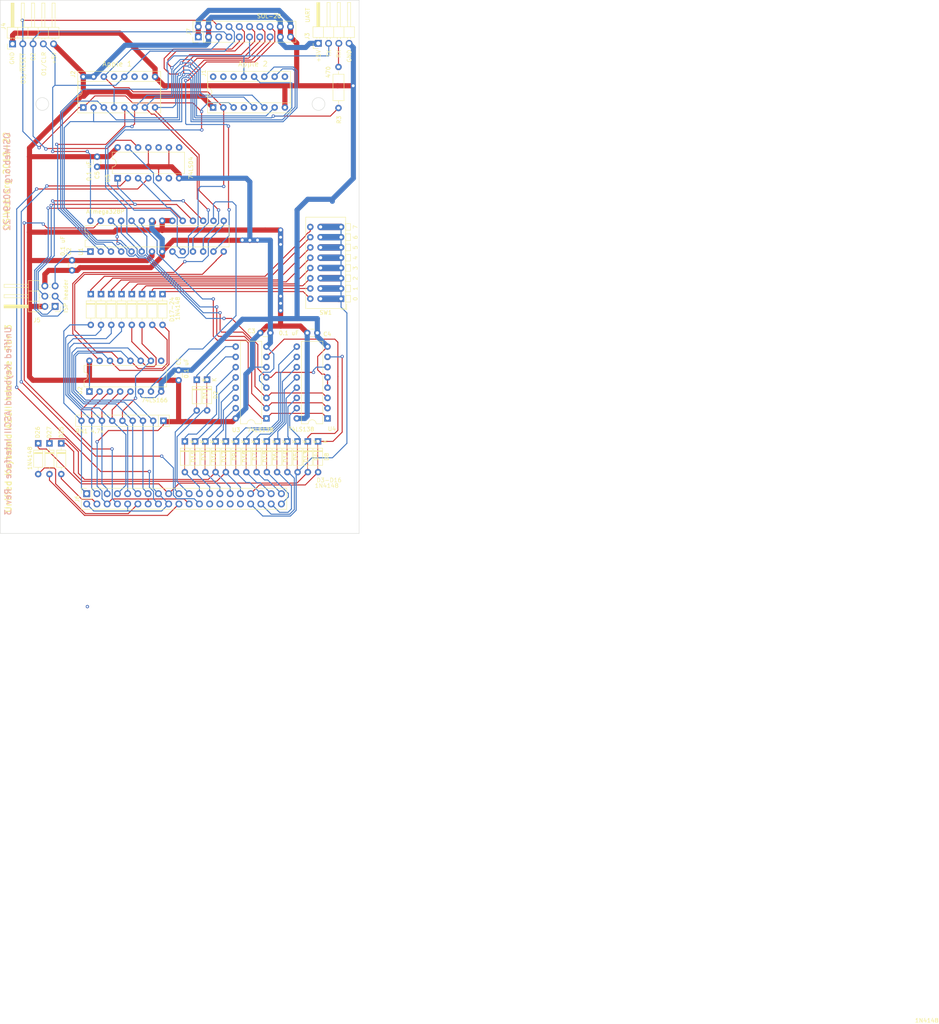
<source format=kicad_pcb>
(kicad_pcb (version 20211014) (generator pcbnew)
  (title_block (title "Unified Retro Keyboard") (date "2022-11-15") (rev "3"))
  (layers (0 "F.Cu" signal) (31 "B.Cu" signal) (34 "B.Paste" user) (35 "F.Paste" user) (36 "B.SilkS" user "B.Silkscreen") (37 "F.SilkS" user "F.Silkscreen") (38 "B.Mask" user) (39 "F.Mask" user) (44 "Edge.Cuts" user))
  (net 0 "")
  (net 1 "GND")
  (net 2 "+5V")
  (net 3 "/Row3")
  (net 4 "/Row0")
  (net 5 "/Row1")
  (net 6 "/Row4")
  (net 7 "/Row5")
  (net 8 "/Row7")
  (net 9 "/D7")
  (net 10 "/D1")
  (net 11 "/D2")
  (net 12 "/D3")
  (net 13 "/D4")
  (net 14 "/D5")
  (net 15 "/D6")
  (net 16 "/Col0")
  (net 17 "/Col1")
  (net 18 "/Col2")
  (net 19 "/Col3")
  (net 20 "/Col4")
  (net 21 "/Col5")
  (net 22 "/Col6")
  (net 23 "/Col7")
  (net 24 "/Row6")
  (net 25 "/Row2")
  (net 26 "/D0")
  (net 27 "Net-(U1-Pad25)")
  (net 28 "Net-(U1-Pad24)")
  (net 29 "Net-(U1-Pad23)")
  (net 30 "/~{STROBE}")
  (net 31 "Net-(U1-Pad14)")
  (net 32 "Net-(U1-Pad26)")
  (net 33 "Net-(U1-Pad16)")
  (net 34 "Net-(U1-Pad15)")
  (net 35 "/Row10")
  (net 36 "/Row9")
  (net 37 "/Row8")
  (net 38 "/Row15")
  (net 39 "/Row14")
  (net 40 "/Row13")
  (net 41 "/Row12")
  (net 42 "/Row11")
  (net 43 "/~{RESET}")
  (net 44 "/Rx")
  (net 45 "Net-(D11-Pad1)")
  (net 46 "Net-(D12-Pad1)")
  (net 47 "Net-(D13-Pad1)")
  (net 48 "Net-(D14-Pad1)")
  (net 49 "Net-(D15-Pad1)")
  (net 50 "Net-(D16-Pad1)")
  (net 51 "Net-(D17-Pad1)")
  (net 52 "Net-(D18-Pad1)")
  (net 53 "Net-(D19-Pad1)")
  (net 54 "Net-(D20-Pad1)")
  (net 55 "Net-(D24-Pad1)")
  (net 56 "Net-(D3-Pad1)")
  (net 57 "Net-(D4-Pad1)")
  (net 58 "Net-(D5-Pad1)")
  (net 59 "Net-(D6-Pad1)")
  (net 60 "Net-(D7-Pad1)")
  (net 61 "Net-(D8-Pad1)")
  (net 62 "Net-(D9-Pad1)")
  (net 63 "Net-(D10-Pad1)")
  (net 64 "Net-(D1-Pad1)")
  (net 65 "Net-(D2-Pad1)")
  (net 66 "Net-(J1-Pad9)")
  (net 67 "Net-(J1-Pad4)")
  (net 68 "Net-(J1-Pad14)")
  (net 69 "Net-(J1-Pad15)")
  (net 70 "Net-(J1-Pad16)")
  (net 71 "Net-(J2-Pad10)")
  (net 72 "Net-(J2-Pad11)")
  (net 73 "Net-(J2-Pad13)")
  (net 74 "Net-(J6-Pad32)")
  (net 75 "Net-(J6-Pad30)")
  (net 76 "Net-(J6-Pad28)")
  (net 77 "Net-(J6-Pad26)")
  (net 78 "Net-(J6-Pad24)")
  (net 79 "Net-(J6-Pad16)")
  (net 80 "Net-(U2-Pad9)")
  (net 81 "/LED1")
  (net 82 "Net-(U5-Pad6)")
  (net 83 "Net-(U5-Pad10)")
  (net 84 "Net-(U5-Pad8)")
  (net 85 "/OUT1")
  (net 86 "/OUT2")
  (net 87 "/OUT3")
  (net 88 "/MOSI-OUT2")
  (net 89 "/SCK-LED2")
  (net 90 "/MISO-LED3")
  (net 91 "Net-(D21-Pad1)")
  (net 92 "Net-(D22-Pad1)")
  (net 93 "Net-(D23-Pad1)")
  (net 94 "Net-(D25-Pad2)")
  (net 95 "Net-(D26-Pad2)")
  (net 96 "Net-(D27-Pad2)")
  (footprint "Capacitor_THT:C_Disc_D3.0mm_W1.6mm_P2.50mm" (layer "F.Cu") (at 181.587 115.216 -90)
    (fp_text reference "C2")
    (fp_text value "0.1 uF")
  )
  (footprint "Package_DIP:DIP-16_W7.62mm_Socket" (layer "F.Cu") (at 184.390166 77.37 90)
    (fp_text reference "J2")
    (fp_text value "Apple 1")
  )
  (footprint "Diode_THT:D_DO-35_SOD27_P7.62mm_Horizontal" (layer "F.Cu") (at 178.92 160.555 -90)
    (fp_text reference "D25")
    (fp_text value "1N4148")
  )
  (footprint "Package_DIP:DIP-16_W7.62mm_Socket" (layer "F.Cu") (at 216.561832 77.37 90)
    (fp_text reference "J1")
    (fp_text value "Apple 2")
  )
  (footprint "Diode_THT:D_DO-35_SOD27_P7.62mm_Horizontal" (layer "F.Cu") (at 173.205 160.555 -90)
    (fp_text reference "D26")
    (fp_text value "1N4148")
  )
  (footprint "Package_DIP:DIP-28_W7.62mm" (layer "F.Cu") (at 186.159 113.057 90)
    (fp_text reference "U1")
    (fp_text value "ATmega328P")
  )
  (footprint "Package_DIP:DIP-16_W7.62mm" (layer "F.Cu") (at 185.905 147.728 90)
    (fp_text reference "U2")
    (fp_text value "74LS166")
  )
  (footprint "Package_DIP:DIP-16_W7.62mm" (layer "F.Cu") (at 229.7708 154.3828 180)
    (fp_text reference "U3")
    (fp_text value "74LS138")
  )
  (footprint "Package_DIP:DIP-16_W7.62mm" (layer "F.Cu") (at 244.9092 154.3828 180)
    (fp_text reference "U4")
    (fp_text value "74LS138")
  )
  (footprint "Capacitor_THT:C_Disc_D3.0mm_W1.6mm_P2.50mm" (layer "F.Cu") (at 239.88 133.1992)
    (fp_text reference "C4")
    (fp_text value "0.1 uF" hide)
  )
  (footprint "Connector_PinHeader_2.54mm:PinHeader_2x03_P2.54mm_Horizontal" (layer "F.Cu") (at 177.396 126.646 180)
    (fp_text reference "J5")
    (fp_text value "ISP header")
  )
  (footprint "Diode_THT:D_DO-35_SOD27_P7.62mm_Horizontal" (layer "F.Cu") (at 198.9352 123.598 -90)
    (fp_text reference "D18" hide)
    (fp_text value "1N4148" hide)
  )
  (footprint "Diode_THT:D_DO-35_SOD27_P7.62mm_Horizontal" (layer "F.Cu") (at 196.3952 123.598 -90)
    (fp_text reference "D22" hide)
    (fp_text value "1N4148" hide)
  )
  (footprint "Diode_THT:D_DO-35_SOD27_P7.62mm_Horizontal" (layer "F.Cu") (at 188.7752 123.598 -90)
    (fp_text reference "D20" hide)
    (fp_text value "1N4148" hide)
  )
  (footprint "Diode_THT:D_DO-35_SOD27_P7.62mm_Horizontal" (layer "F.Cu") (at 201.4752 123.598 -90)
    (fp_text reference "D21" hide)
    (fp_text value "1N4148" hide)
  )
  (footprint "Diode_THT:D_DO-35_SOD27_P7.62mm_Horizontal" (layer "F.Cu") (at 186.2352 123.598 -90)
    (fp_text reference "D24" hide)
    (fp_text value "1N4148" hide)
  )
  (footprint "Connector_PinHeader_2.54mm:PinHeader_1x04_P2.54mm_Horizontal" (layer "F.Cu") (at 242.62828 61.47976 90)
    (fp_text reference "J3")
    (fp_text value "UART")
  )
  (footprint "Resistor_THT:R_Axial_DIN0207_L6.3mm_D2.5mm_P10.16mm_Horizontal" (layer "F.Cu") (at 247.627 77.497 90)
    (fp_text reference "R3")
    (fp_text value "470")
  )
  (footprint "unikbd:SW_DIP_SPSTx08_oriented_backward" (layer "F.Cu") (at 248.262 124.741 180)
    (fp_text reference "SW1")
    (fp_text value "Options")
  )
  (footprint "unikbd:D_DO-35_SOD27_P7.62mm_Horizontal_bypassed" (layer "F.Cu") (at 240.03 160.0724 -90)
    (fp_text reference "D4")
    (fp_text value "1N4148")
  )
  (footprint "Resistor_THT:R_Array_SIP9" (layer "F.Cu") (at 204.2438 154.967 180)
    (fp_text reference "RN1")
    (fp_text value "4.7k")
  )
  (footprint "unikbd:D_DO-35_SOD27_P7.62mm_Horizontal_bypassed" (layer "F.Cu") (at 224.79 160.0724 -90)
    (fp_text reference "D7")
    (fp_text value "1N4148")
  )
  (footprint "unikbd:D_DO-35_SOD27_P7.62mm_Horizontal_bypassed" (layer "F.Cu") (at 229.87 160.0724 -90)
    (fp_text reference "D6")
    (fp_text value "1N4148")
  )
  (footprint "unikbd:D_DO-35_SOD27_P7.62mm_Horizontal_bypassed" (layer "F.Cu") (at 209.55 160.0724 -90)
    (fp_text reference "D11")
    (fp_text value "1N4148")
  )
  (footprint "unikbd:D_DO-35_SOD27_P7.62mm_Horizontal_bypassed" (layer "F.Cu") (at 214.63 160.0724 -90)
    (fp_text reference "D10")
    (fp_text value "1N4148")
  )
  (footprint "unikbd:D_DO-35_SOD27_P7.62mm_Horizontal_bypassed" (layer "F.Cu") (at 219.71 160.0724 -90)
    (fp_text reference "D9")
    (fp_text value "1N4148")
  )
  (footprint "unikbd:D_DO-35_SOD27_P7.62mm_Horizontal_bypassed" (layer "F.Cu") (at 227.33 160.0724 -90)
    (fp_text reference "D15")
    (fp_text value "1N4148")
  )
  (footprint "unikbd:D_DO-35_SOD27_P7.62mm_Horizontal_bypassed" (layer "F.Cu") (at 212.09 160.0724 -90)
    (fp_text reference "D3")
    (fp_text value "1N4148")
  )
  (footprint "unikbd:D_DO-35_SOD27_P7.62mm_Horizontal_bypassed" (layer "F.Cu") (at 217.17 160.0724 -90)
    (fp_text reference "D12")
    (fp_text value "1N4148")
  )
  (footprint "unikbd:D_DO-35_SOD27_P7.62mm_Horizontal_bypassed" (layer "F.Cu") (at 222.25 160.0724 -90)
    (fp_text reference "D16")
    (fp_text value "1N4148")
  )
  (footprint "unikbd:D_DO-35_SOD27_P7.62mm_Horizontal_bypassed" (layer "F.Cu") (at 232.41 160.0724 -90)
    (fp_text reference "D14")
    (fp_text value "1N4148")
  )
  (footprint "unikbd:D_DO-35_SOD27_P7.62mm_Horizontal_bypassed" (layer "F.Cu") (at 234.95 160.0724 -90)
    (fp_text reference "D5")
    (fp_text value "1N4148")
  )
  (footprint "unikbd:D_DO-35_SOD27_P7.62mm_Horizontal_bypassed" (layer "F.Cu") (at 237.49 160.0724 -90)
    (fp_text reference "D13")
    (fp_text value "1N4148")
  )
  (footprint "unikbd:D_DO-35_SOD27_P7.62mm_Horizontal_bypassed" (layer "F.Cu") (at 212.4988 144.807 -90)
    (fp_text reference "D1")
    (fp_text value "1N4148")
  )
  (footprint "unikbd:D_DO-35_SOD27_P7.62mm_Horizontal_bypassed" (layer "F.Cu") (at 215.0642 144.7816 -90)
    (fp_text reference "D2")
    (fp_text value "1N4148")
  )
  (footprint "unikbd:D_DO-35_SOD27_P7.62mm_Horizontal_bypassed" (layer "F.Cu") (at 242.57 160.0724 -90)
    (fp_text reference "D8")
    (fp_text value "1N4148")
  )
  (footprint "Capacitor_THT:C_Disc_D3.0mm_W1.6mm_P2.50mm" (layer "F.Cu") (at 228.2468 133.1992)
    (fp_text reference "C3")
    (fp_text value "0.1 uF")
  )
  (footprint "Diode_THT:D_DO-35_SOD27_P7.62mm_Horizontal" (layer "F.Cu") (at 193.8552 123.598 -90)
    (fp_text reference "D19" hide)
    (fp_text value "1N4148" hide)
  )
  (footprint "Diode_THT:D_DO-35_SOD27_P7.62mm_Horizontal" (layer "F.Cu") (at 204.0152 123.598 -90)
    (fp_text reference "D17" hide)
    (fp_text value "1N4148")
  )
  (footprint "Diode_THT:D_DO-35_SOD27_P7.62mm_Horizontal" (layer "F.Cu") (at 191.3152 123.598 -90)
    (fp_text reference "D23")
    (fp_text value "1N4148" hide)
  )
  (footprint "Diode_THT:D_DO-35_SOD27_P7.62mm_Horizontal" (layer "F.Cu") (at 175.999 160.555 -90)
    (fp_text reference "D27")
    (fp_text value "1N4148")
  )
  (footprint "Package_DIP:DIP-14_W7.62mm" (layer "F.Cu") (at 192.89 94.896 90)
    (fp_text reference "U5")
    (fp_text value "74LS04")
  )
  (footprint "Capacitor_THT:C_Disc_D3.0mm_W1.6mm_P2.50mm" (layer "F.Cu") (at 187.81 89.562 -90)
    (fp_text reference "C5")
    (fp_text value "0.1 uF")
  )
  (footprint "Capacitor_THT:C_Disc_D3.0mm_W1.6mm_P2.50mm" (layer "F.Cu") (at 208.003 144.934 90)
    (fp_text reference "C1")
    (fp_text value "0.1 uF")
  )
  (footprint "unikbd:SOL20-header-vertical" (layer "F.Cu") (at 212.8798 59.8948 90)
    (fp_text reference "J7")
    (fp_text value "SOL-20")
  )
  (footprint "Connector_PinHeader_2.54mm:PinHeader_1x05_P2.54mm_Horizontal" (layer "F.Cu") (at 166.855 61.622 90)
    (fp_text reference "J4")
    (fp_text value "Outputs")
  )
  (footprint "unikbd:kbd_header_and_mounting_holes" (layer "F.Cu") (at 185.397 175.5918 90)
    (fp_text reference "J6")
    (fp_text value "Keyboard")
  )
  (footprint "" (layer "F.Cu") (at 207.749 128.551)
    (fp_text reference "")
    (fp_text value "")
  )
  (gr_line (start 252.73 50.8) (end 252.73 182.88) (layer "Edge.Cuts") (width 0.1))
  (gr_line (start 163.83 182.88) (end 163.83 50.8) (layer "Edge.Cuts") (width 0.1))
  (gr_line (start 163.83 50.8) (end 252.73 50.8) (layer "Edge.Cuts") (width 0.1))
  (gr_circle (center 242.6754 76.5048) (end 244.2629 76.5048) (layer "Edge.Cuts") (width 0.1) (fill none))
  (gr_circle (center 174.2224 76.5048) (end 175.8099 76.5048) (layer "Edge.Cuts") (width 0.1) (fill none))
  (gr_line (start 252.73 182.88) (end 163.83 182.88) (layer "Edge.Cuts") (width 0.1))
  (gr_text "Unified Keyboard ASCII Interface  Rev ${REVISION}" (at 165.7374 155.0178 90) (layer "B.SilkS") (effects (font (size 1.524 1.524) (thickness 0.254)) (justify mirror)))
  (gr_text "OSIWeb.org 2019-22" (at 165.4834 95.7342 90) (layer "B.SilkS") (effects (font (size 1.524 1.524) (thickness 0.254)) (justify mirror)))
  (gr_text "+5V" (at 177.142 65.178 90) (layer "F.SilkS") (effects (font (size 1.016 1.016) (thickness 0.127))))
  (gr_text "TX" (at 245.26988 63.972346 90) (layer "F.SilkS") (effects (font (size 1.016 1.016) (thickness 0.127))))
  (gr_text "OSIWeb.org 2019-22" (at 165.3564 95.6072 90) (layer "F.SilkS") (effects (font (size 1.524 1.524) (thickness 0.254))))
  (gr_text "+5V" (at 242.674 64.64968 90) (layer "F.SilkS") (effects (font (size 1.016 1.016) (thickness 0.127))))
  (gr_text "Unified Keyboard ASCII Interface  Rev ${REVISION}" (at 165.8136 154.4336 90) (layer "F.SilkS") (effects (font (size 1.524 1.524) (thickness 0.254))))
  (gr_text "6" (at 251.818 109.5264 90) (layer "F.SilkS") (effects (font (size 1.016 1.016) (thickness 0.127))))
  (gr_text "7" (at 251.818 106.9864 90) (layer "F.SilkS") (effects (font (size 1.016 1.016) (thickness 0.127))))
  (gr_text "GND" (at 250.294 64.64968 90) (layer "F.SilkS") (effects (font (size 1.016 1.016) (thickness 0.127))))
  (gr_text "O2" (at 171.935 64.797 90) (layer "F.SilkS") (effects (font (size 1.016 1.016) (thickness 0.127))))
  (gr_text "D17-24" (at 206.352 127.408 90) (layer "F.SilkS") (effects (font (size 1.016 1.016) (thickness 0.1524))))
  (gr_text "D3-D16" (at 245.2902 169.6736) (layer "F.SilkS") (effects (font (size 1.016 1.016) (thickness 0.127))))
  (gr_text "GND" (at 166.728 65.178 90) (layer "F.SilkS") (effects (font (size 1.016 1.016) (thickness 0.127))))
  (gr_text "3" (at 251.818 117.1464 90) (layer "F.SilkS") (effects (font (size 1.016 1.016) (thickness 0.127))))
  (gr_text "1" (at 251.818 122.2264 90) (layer "F.SilkS") (effects (font (size 1.016 1.016) (thickness 0.127))))
  (gr_text "5" (at 251.818 112.0664 90) (layer "F.SilkS") (effects (font (size 1.016 1.016) (thickness 0.127))))
  (gr_text "0" (at 251.818 124.7664 90) (layer "F.SilkS") (effects (font (size 1.016 1.016) (thickness 0.127))))
  (gr_text "4" (at 251.818 114.6064 90) (layer "F.SilkS") (effects (font (size 1.016 1.016) (thickness 0.127))))
  (gr_text "2" (at 251.818 119.6864 90) (layer "F.SilkS") (effects (font (size 1.016 1.016) (thickness 0.127))))
  (gr_text "O1/CLR" (at 174.602 66.575 90) (layer "F.SilkS") (effects (font (size 1.016 1.016) (thickness 0.127))))
  (gr_text "RX" (at 247.6778 64.093299 90) (layer "F.SilkS") (effects (font (size 1.016 1.016) (thickness 0.127))))
  (gr_text "O3/~{RESET}" (at 169.522 67.718 90) (layer "F.SilkS") (effects (font (size 1.016 1.016) (thickness 0.127))))
  (gr_text "1N4148" (at 244.706 171.0452) (layer "F.SilkS") (effects (font (size 1.016 1.016) (thickness 0.127))))
  (via (at 185.397 200.9918) (size 0.8128) (drill 0.4064) (layers "F.Cu" "B.Cu") (net 0))
  (segment (start 225.656 110.263) (end 227.521 110.263) (width 1.27) (layer "F.Cu") (net 1))
  (segment (start 208.13 93.88) (end 208.13 94.896) (width 1.27) (layer "F.Cu") (net 1))
  (segment (start 235.7398 59.8948) (end 235.7398 57.3548) (width 1.27) (layer "F.Cu") (net 1))
  (segment (start 203.05 92.149) (end 203.05 94.896) (width 0.254) (layer "F.Cu") (net 1))
  (segment (start 234.419 77.497) (end 234.419 77.447168) (width 1.27) (layer "F.Cu") (net 1))
  (segment (start 237.263798 61.418798) (end 235.7398 59.8948) (width 1.27) (layer "F.Cu") (net 1))
  (segment (start 247.401977 71.988777) (end 251.262777 71.988777) (width 1.27) (layer "F.Cu") (net 1))
  (segment (start 237.263798 71.781998) (end 237.263798 61.418798) (width 1.27) (layer "F.Cu") (net 1))
  (segment (start 183.580801 117.032199) (end 182.897 117.716) (width 1.27) (layer "F.Cu") (net 1))
  (segment (start 206.312 92.062) (end 208.13 93.88) (width 1.27) (layer "F.Cu") (net 1))
  (segment (start 200.677 92.062) (end 202.963 92.062) (width 1.27) (layer "F.Cu") (net 1))
  (segment (start 181.587 117.716) (end 175.8104 117.716) (width 1.27) (layer "F.Cu") (net 1))
  (segment (start 174.856 118.6704) (end 174.856 121.566) (width 1.27) (layer "F.Cu") (net 1))
  (segment (start 244.109201 143.422801) (end 243.525012 143.422801) (width 0.254) (layer "F.Cu") (net 1))
  (segment (start 242.4708 139.0412) (end 244.109201 137.402799) (width 0.254) (layer "F.Cu") (net 1))
  (segment (start 200.51 91.895) (end 200.51 87.276) (width 0.254) (layer "F.Cu") (net 1))
  (segment (start 201.095171 117.032199) (end 183.580801 117.032199) (width 1.27) (layer "F.Cu") (net 1))
  (segment (start 203.939 113.017) (end 206.693 110.263) (width 1.27) (layer "F.Cu") (net 1))
  (segment (start 202.963 92.062) (end 206.312 92.062) (width 1.27) (layer "F.Cu") (net 1))
  (segment (start 203.939 113.057) (end 203.939 114.18837) (width 1.27) (layer "F.Cu") (net 1))
  (segment (start 212.8798 57.3548) (end 212.8798 59.8948) (width 1.27) (layer "F.Cu") (net 1))
  (segment (start 203.939 114.18837) (end 201.095171 117.032199) (width 1.27) (layer "F.Cu") (net 1))
  (segment (start 244.109201 137.402799) (end 244.9092 136.6028) (width 0.254) (layer "F.Cu") (net 1))
  (segment (start 227.521 110.263) (end 227.561 110.223) (width 1.27) (layer "F.Cu") (net 1))
  (segment (start 244.9092 144.2228) (end 244.109201 143.422801) (width 0.254) (layer "F.Cu") (net 1))
  (segment (start 205.677 92.062) (end 205.59 91.975) (width 0.254) (layer "F.Cu") (net 1))
  (segment (start 202.963 92.062) (end 203.05 92.149) (width 1.27) (layer "F.Cu") (net 1))
  (segment (start 166.855 59.502) (end 166.855 61.622) (width 1.27) (layer "F.Cu") (net 1))
  (segment (start 205.59 91.975) (end 205.59 87.276) (width 0.254) (layer "F.Cu") (net 1))
  (segment (start 204.408943 71.988777) (end 247.401977 71.988777) (width 1.27) (layer "F.Cu") (net 1))
  (segment (start 201.78 105.691) (end 201.78 105.818) (width 1.27) (layer "F.Cu") (net 1))
  (segment (start 202.170166 69.75) (end 204.408943 71.988777) (width 1.27) (layer "F.Cu") (net 1))
  (segment (start 242.4708 142.368589) (end 242.4708 139.0412) (width 0.254) (layer "F.Cu") (net 1))
  (segment (start 193.398 58.955) (end 167.402 58.955) (width 1.27) (layer "F.Cu") (net 1))
  (segment (start 187.81 92.062) (end 200.677 92.062) (width 1.27) (layer "F.Cu") (net 1))
  (segment (start 206.693 110.263) (end 225.656 110.263) (width 1.27) (layer "F.Cu") (net 1))
  (segment (start 244.9092 146.7628) (end 244.9092 145.63143) (width 0.254) (layer "F.Cu") (net 1))
  (segment (start 234.341832 77.37) (end 234.341832 71.958828) (width 1.27) (layer "F.Cu") (net 1))
  (segment (start 203.812 147.855) (end 203.685 147.728) (width 1.27) (layer "F.Cu") (net 1))
  (segment (start 200.677 92.062) (end 200.51 91.895) (width 1.27) (layer "F.Cu") (net 1))
  (segment (start 202.170166 69.75) (end 202.170166 67.727166) (width 1.27) (layer "F.Cu") (net 1))
  (segment (start 175.8104 117.716) (end 174.856 118.6704) (width 1.27) (layer "F.Cu") (net 1))
  (segment (start 167.402 58.955) (end 166.855 59.502) (width 1.27) (layer "F.Cu") (net 1))
  (segment (start 243.525012 143.422801) (end 242.4708 142.368589) (width 0.254) (layer "F.Cu") (net 1))
  (segment (start 182.897 117.716) (end 181.587 117.716) (width 1.27) (layer "F.Cu") (net 1))
  (segment (start 234.419 77.447168) (end 234.341832 77.37) (width 1.27) (layer "F.Cu") (net 1))
  (segment (start 202.170166 67.727166) (end 193.398 58.955) (width 1.27) (layer "F.Cu") (net 1))
  (segment (start 244.9092 145.63143) (end 244.9092 144.2228) (width 0.254) (layer "F.Cu") (net 1))
  (via (at 223.791 110.223) (size 1.27) (drill 0.7112) (layers "F.Cu" "B.Cu") (net 1))
  (via (at 225.656 110.263) (size 1.27) (drill 0.7112) (layers "F.Cu" "B.Cu") (net 1))
  (via (at 251.262777 71.988777) (size 1.27) (drill 0.7112) (layers "F.Cu" "B.Cu") (net 1))
  (via (at 227.561 110.223) (size 1.27) (drill 0.7112) (layers "F.Cu" "B.Cu") (net 1))
  (segment (start 223.791 110.223) (end 223.751 110.223) (width 1.27) (layer "B.Cu") (net 1))
  (segment (start 198.605 148.85937) (end 198.986 149.24037) (width 0.254) (layer "B.Cu") (net 1))
  (segment (start 242.38 129.6686) (end 237.3654 129.6686) (width 1.27) (layer "B.Cu") (net 1))
  (segment (start 203.685 145.696) (end 206.947 142.434) (width 1.27) (layer "B.Cu") (net 1))
  (segment (start 224.767 94.896) (end 225.656 95.785) (width 1.27) (layer "B.Cu") (net 1))
  (segment (start 228.0436 143.8672) (end 228.958 142.9528) (width 0.254) (layer "B.Cu") (net 1))
  (segment (start 246.103 100.103) (end 240.007 100.103) (width 1.27) (layer "B.Cu") (net 1))
  (segment (start 235.7398 56.152719) (end 232.903281 53.3162) (width 1.27) (layer "B.Cu") (net 1))
  (segment (start 235.7398 57.3548) (end 235.7398 56.152719) (width 1.27) (layer "B.Cu") (net 1))
  (segment (start 202.17263 149.24037) (end 203.685 147.728) (width 0.254) (layer "B.Cu") (net 1))
  (segment (start 229.7708 146.7628) (end 228.0436 145.0356) (width 0.254) (layer "B.Cu") (net 1))
  (segment (start 228.958 142.9528) (end 230.6852 142.9528) (width 0.254) (layer "B.Cu") (net 1))
  (segment (start 240.007 100.103) (end 237.3654 102.7446) (width 1.27) (layer "B.Cu") (net 1))
  (segment (start 212.8798 55.907) (end 212.8798 57.3548) (width 1.27) (layer "B.Cu") (net 1))
  (segment (start 230.6852 142.9528) (end 231.5996 142.0384) (width 0.254) (layer "B.Cu") (net 1))
  (segment (start 211.21337 142.434) (end 208.003 142.434) (width 1.27) (layer "B.Cu") (net 1))
  (segment (start 228.0436 145.0356) (end 228.0436 143.8672) (width 0.254) (layer "B.Cu") (net 1))
  (segment (start 237.3654 102.7446) (end 237.3654 129.6686) (width 1.27) (layer "B.Cu") (net 1))
  (segment (start 232.903281 53.3162) (end 215.4706 53.3162) (width 1.27) (layer "B.Cu") (net 1))
  (segment (start 242.38 133.1992) (end 242.38 134.0736) (width 1.27) (layer "B.Cu") (net 1))
  (segment (start 246.103 100.103) (end 251.31 94.896) (width 1.27) (layer "B.Cu") (net 1))
  (segment (start 203.685 147.728) (end 203.685 145.696) (width 1.27) (layer "B.Cu") (net 1))
  (segment (start 242.38 133.1992) (end 242.38 129.6686) (width 1.27) (layer "B.Cu") (net 1))
  (segment (start 230.7468 133.1992) (end 230.7468 135.6268) (width 1.27) (layer "B.Cu") (net 1))
  (segment (start 203.939 110.009) (end 203.939 113.017) (width 1.27) (layer "B.Cu") (net 1))
  (segment (start 231.5996 142.0384) (end 231.5996 138.4316) (width 0.254) (layer "B.Cu") (net 1))
  (segment (start 206.947 142.434) (end 208.003 142.434) (width 1.27) (layer "B.Cu") (net 1))
  (segment (start 242.38 134.0736) (end 244.9092 136.6028) (width 1.27) (layer "B.Cu") (net 1))
  (segment (start 251.31 62.54148) (end 250.24828 61.47976) (width 1.27) (layer "B.Cu") (net 1))
  (segment (start 201.399 105.397) (end 201.399 107.469) (width 1.27) (layer "B.Cu") (net 1))
  (segment (start 230.60392 129.82608) (end 223.82129 129.82608) (width 1.27) (layer "B.Cu") (net 1))
  (segment (start 218.036 135.61137) (end 218.036 135.79) (width 0.254) (layer "B.Cu") (net 1))
  (segment (start 230.736 110.263) (end 230.696 110.223) (width 1.27) (layer "B.Cu") (net 1))
  (segment (start 230.7468 133.1992) (end 230.7468 110.2484) (width 1.27) (layer "B.Cu") (net 1))
  (segment (start 201.399 107.469) (end 203.939 110.009) (width 1.27) (layer "B.Cu") (net 1))
  (segment (start 246.103 100.103) (end 246.103 100.611) (width 1.27) (layer "B.Cu") (net 1))
  (segment (start 251.31 94.896) (end 251.31 62.54148) (width 1.27) (layer "B.Cu") (net 1))
  (segment (start 237.3654 129.6686) (end 230.9284 129.6686) (width 1.27) (layer "B.Cu") (net 1))
  (segment (start 223.82129 129.82608) (end 211.21337 142.434) (width 1.27) (layer "B.Cu") (net 1))
  (segment (start 230.7468 135.6268) (end 229.7708 136.6028) (width 1.27) (layer "B.Cu") (net 1))
  (segment (start 198.986 149.24037) (end 202.17263 149.24037) (width 0.254) (layer "B.Cu") (net 1))
  (segment (start 225.656 110.263) (end 225.656 95.785) (width 1.27) (layer "B.Cu") (net 1))
  (segment (start 198.605 147.728) (end 198.605 148.85937) (width 0.254) (layer "B.Cu") (net 1))
  (segment (start 208.13 94.896) (end 224.767 94.896) (width 1.27) (layer "B.Cu") (net 1))
  (segment (start 215.4706 53.3162) (end 212.8798 55.907) (width 1.27) (layer "B.Cu") (net 1))
  (segment (start 230.696 110.223) (end 223.791 110.223) (width 1.27) (layer "B.Cu") (net 1))
  (segment (start 230.9284 129.5016) (end 230.60392 129.82608) (width 1.27) (layer "B.Cu") (net 1))
  (segment (start 231.5996 138.4316) (end 229.7708 136.6028) (width 0.254) (layer "B.Cu") (net 1))
  (segment (start 191.149199 174.716401) (end 190.2992 175.5664) (width 0.254) (layer "F.Cu") (net 2))
  (segment (start 229.466 107.723) (end 233.276 107.723) (width 1.27) (layer "F.Cu") (net 2))
  (segment (start 190.604 157.38) (end 202.8848 157.38) (width 0.254) (layer "F.Cu") (net 2))
  (segment (start 171.046 89.562) (end 171.046 87.403) (width 1.27) (layer "F.Cu") (net 2))
  (segment (start 206.479 105.397) (end 203.939 105.397) (width 1.27) (layer "F.Cu") (net 2))
  (segment (start 203.939 105.397) (end 203.939 107.85) (width 1.27) (layer "F.Cu") (net 2))
  (segment (start 190.604 89.562) (end 192.89 87.276) (width 1.27) (layer "F.Cu") (net 2))
  (segment (start 209.6794 155.169998) (end 209.692201 155.182799) (width 1.27) (layer "F.Cu") (net 2))
  (segment (start 171.4524 126.646) (end 174.856 126.646) (width 1.27) (layer "F.Cu") (net 2))
  (segment (start 195.276902 73.486978) (end 185.597022 73.486978) (width 1.27) (layer "F.Cu") (net 2))
  (segment (start 222.1508 154.3828) (end 221.350801 155.182799) (width 1.27) (layer "F.Cu") (net 2))
  (segment (start 187.81 89.562) (end 171.046 89.562) (width 1.27) (layer "F.Cu") (net 2))
  (segment (start 216.561832 77.37) (end 213.767832 74.576) (width 1.27) (layer "F.Cu") (net 2))
  (segment (start 215.4198 59.8948) (end 215.4198 57.3548) (width 1.27) (layer "F.Cu") (net 2))
  (segment (start 200.445601 174.335399) (end 191.530201 174.335399) (width 0.254) (layer "F.Cu") (net 2))
  (segment (start 174.957622 108.2564) (end 174.983011 108.231011) (width 1.27) (layer "F.Cu") (net 2))
  (segment (start 187.81 160.174) (end 190.604 157.38) (width 0.254) (layer "F.Cu") (net 2))
  (segment (start 233.1998 57.3548) (end 233.1998 59.8948) (width 1.27) (layer "F.Cu") (net 2))
  (segment (start 184.390166 74.458166) (end 184.390166 69.75) (width 1.27) (layer "F.Cu") (net 2))
  (segment (start 233.276 107.723) (end 233.276 111.279) (width 1.27) (layer "F.Cu") (net 2))
  (segment (start 191.530201 174.335399) (end 191.149199 174.716401) (width 0.254) (layer "F.Cu") (net 2))
  (segment (start 184.390166 69.75) (end 184.390166 68.997166) (width 1.27) (layer "F.Cu") (net 2))
  (segment (start 192.014216 108.231011) (end 192.522227 107.723) (width 1.27) (layer "F.Cu") (net 2))
  (segment (start 201.399 114.14837) (end 201.399 113.017) (width 1.27) (layer "F.Cu") (net 2))
  (segment (start 209.388199 174.335399) (end 200.445601 174.335399) (width 0.254) (layer "F.Cu") (net 2))
  (segment (start 221.350801 155.182799) (end 208.599799 155.182799) (width 1.27) (layer "F.Cu") (net 2))
  (segment (start 202.8848 157.38) (end 204.2438 156.021) (width 0.254) (layer "F.Cu") (net 2))
  (segment (start 185.597022 73.486978) (end 184.508 74.576) (width 1.27) (layer "F.Cu") (net 2))
  (segment (start 216.893 77.701168) (end 216.561832 77.37) (width 0.254) (layer "F.Cu") (net 2))
  (segment (start 206.606 144.934) (end 208.003 144.934) (width 1.27) (layer "F.Cu") (net 2))
  (segment (start 233.276 131.472) (end 233.314199 131.510199) (width 1.27) (layer "F.Cu") (net 2))
  (segment (start 200.4592 174.348998) (end 200.4592 175.5664) (width 0.254) (layer "F.Cu") (net 2))
  (segment (start 200.445601 174.335399) (end 200.4592 174.348998) (width 0.254) (layer "F.Cu") (net 2))
  (segment (start 171.0841 115.2795) (end 200.26787 115.2795) (width 1.27) (layer "F.Cu") (net 2))
  (segment (start 171.1476 144.172) (end 171.9096 144.934) (width 1.27) (layer "F.Cu") (net 2))
  (segment (start 204.2438 156.021) (end 204.2438 154.967) (width 0.254) (layer "F.Cu") (net 2))
  (segment (start 208.599799 155.182799) (end 204.459599 155.182799) (width 1.27) (layer "F.Cu") (net 2))
  (segment (start 184.390166 68.997166) (end 177.015 61.622) (width 1.27) (layer "F.Cu") (net 2))
  (segment (start 229.935801 131.510199) (end 233.314199 131.510199) (width 1.27) (layer "F.Cu") (net 2))
  (segment (start 171.046 144.0704) (end 171.046 127.0524) (width 1.27) (layer "F.Cu") (net 2))
  (segment (start 233.314199 131.510199) (end 238.190999 131.510199) (width 1.27) (layer "F.Cu") (net 2))
  (segment (start 171.046 127.0524) (end 171.4524 126.646) (width 1.27) (layer "F.Cu") (net 2))
  (segment (start 233.276 127.662) (end 233.276 124.106) (width 1.27) (layer "F.Cu") (net 2))
  (segment (start 183.873 74.576) (end 184.508 74.576) (width 1.27) (layer "F.Cu") (net 2))
  (segment (start 185.905 144.934) (end 185.905 140.108) (width 1.27) (layer "F.Cu") (net 2))
  (segment (start 213.767832 74.576) (end 196.365924 74.576) (width 1.27) (layer "F.Cu") (net 2))
  (segment (start 174.983011 108.231011) (end 192.014216 108.231011) (width 1.27) (layer "F.Cu") (net 2))
  (segment (start 196.365924 74.576) (end 195.276902 73.486978) (width 1.27) (layer "F.Cu") (net 2))
  (segment (start 238.190999 131.510199) (end 239.080001 132.399201) (width 1.27) (layer "F.Cu") (net 2))
  (segment (start 171.046 115.3176) (end 171.046 108.2564) (width 1.27) (layer "F.Cu") (net 2))
  (segment (start 208.003 154.586) (end 208.003 144.934) (width 1.27) (layer "F.Cu") (net 2))
  (segment (start 239.080001 132.399201) (end 239.88 133.1992) (width 1.27) (layer "F.Cu") (net 2))
  (segment (start 171.9096 144.934) (end 206.606 144.934) (width 1.27) (layer "F.Cu") (net 2))
  (segment (start 228.2468 133.1992) (end 229.935801 131.510199) (width 1.27) (layer "F.Cu") (net 2))
  (segment (start 171.046 127.0524) (end 171.046 115.3176) (width 1.27) (layer "F.Cu") (net 2))
  (segment (start 184.508 74.576) (end 184.390166 74.458166) (width 1.27) (layer "F.Cu") (net 2))
  (segment (start 171.046 108.2564) (end 171.046 89.562) (width 1.27) (layer "F.Cu") (net 2))
  (segment (start 187.81 89.562) (end 190.604 89.562) (width 1.27) (layer "F.Cu") (net 2))
  (segment (start 171.046 108.2564) (end 174.957622 108.2564) (width 1.27) (layer "F.Cu") (net 2))
  (segment (start 233.276 127.662) (end 233.276 131.472) (width 1.27) (layer "F.Cu") (net 2))
  (segment (start 210.6192 175.5664) (end 209.388199 174.335399) (width 0.254) (layer "F.Cu") (net 2))
  (segment (start 204.459599 155.182799) (end 204.2438 154.967) (width 1.27) (layer "F.Cu") (net 2))
  (segment (start 171.046 87.403) (end 183.873 74.576) (width 1.27) (layer "F.Cu") (net 2))
  (segment (start 192.522227 107.723) (end 229.466 107.723) (width 1.27) (layer "F.Cu") (net 2))
  (segment (start 200.26787 115.2795) (end 201.399 114.14837) (width 1.27) (layer "F.Cu") (net 2))
  (via (at 233.276 124.106) (size 1.27) (drill 0.7112) (layers "F.Cu" "B.Cu") (net 2))
  (via (at 187.81 160.174) (size 0.8128) (drill 0.4064) (layers "F.Cu" "B.Cu") (net 2))
  (via (at 233.276 125.884) (size 1.27) (drill 0.7112) (layers "F.Cu" "B.Cu") (net 2))
  (via (at 233.276 127.662) (size 1.27) (drill 0.7112) (layers "F.Cu" "B.Cu") (net 2))
  (via (at 233.276 107.723) (size 1.27) (drill 0.7112) (layers "F.Cu" "B.Cu") (net 2))
  (via (at 233.276 111.279) (size 1.27) (drill 0.7112) (layers "F.Cu" "B.Cu") (net 2))
  (via (at 233.276 109.501) (size 1.27) (drill 0.7112) (layers "F.Cu" "B.Cu") (net 2))
  (segment (start 239.3212 154.3828) (end 239.88 153.824) (width 1.27) (layer "B.Cu") (net 2))
  (segment (start 226.3164 135.1296) (end 228.2468 133.1992) (width 1.27) (layer "B.Cu") (net 2))
  (segment (start 234.613919 62.511) (end 239.47704 62.511) (width 1.27) (layer "B.Cu") (net 2))
  (segment (start 187.81 171.179266) (end 189.0165 172.385766) (width 0.254) (layer "B.Cu") (net 2))
  (segment (start 187.730165 68.950001) (end 186.930166 69.75) (width 1.27) (layer "B.Cu") (net 2))
  (segment (start 239.47704 62.511) (end 240.50828 61.47976) (width 1.27) (layer "B.Cu") (net 2))
  (segment (start 187.81 160.174) (end 187.81 171.179266) (width 0.254) (layer "B.Cu") (net 2))
  (segment (start 226.3164 141.7844) (end 226.3164 135.1296) (width 1.27) (layer "B.Cu") (net 2))
  (segment (start 233.276 127.662) (end 233.276 107.723) (width 1.27) (layer "B.Cu") (net 2))
  (segment (start 224.6654 143.4354) (end 226.3164 141.7844) (width 1.27) (layer "B.Cu") (net 2))
  (segment (start 185.905 146.674) (end 185.905 140.108) (width 0.254) (layer "B.Cu") (net 2))
  (segment (start 194.727966 61.9522) (end 187.730165 68.950001) (width 1.27) (layer "B.Cu") (net 2))
  (segment (start 222.1508 154.3828) (end 224.6654 151.8682) (width 1.27) (layer "B.Cu") (net 2))
  (segment (start 226.3164 141.7844) (end 226.418 141.6828) (width 0.254) (layer "B.Cu") (net 2))
  (segment (start 215.4198 57.3548) (end 215.4198 55.7038) (width 1.27) (layer "B.Cu") (net 2))
  (segment (start 189.0165 174.2837) (end 190.2992 175.5664) (width 0.254) (layer "B.Cu") (net 2))
  (segment (start 189.0165 172.385766) (end 189.0165 174.2837) (width 0.254) (layer "B.Cu") (net 2))
  (segment (start 239.88 153.824) (end 239.88 133.1992) (width 1.27) (layer "B.Cu") (net 2))
  (segment (start 232.3616 55.0434) (end 233.1998 55.8816) (width 1.27) (layer "B.Cu") (net 2))
  (segment (start 240.50828 61.47976) (end 242.62828 61.47976) (width 1.27) (layer "B.Cu") (net 2))
  (segment (start 215.4198 61.2664) (end 214.734 61.9522) (width 1.27) (layer "B.Cu") (net 2))
  (segment (start 215.4198 59.8948) (end 215.4198 61.2664) (width 1.27) (layer "B.Cu") (net 2))
  (segment (start 233.1998 55.8816) (end 233.1998 57.3548) (width 1.27) (layer "B.Cu") (net 2))
  (segment (start 215.4198 55.7038) (end 216.0802 55.0434) (width 1.27) (layer "B.Cu") (net 2))
  (segment (start 186.930166 69.75) (end 184.390166 69.75) (width 1.27) (layer "B.Cu") (net 2))
  (segment (start 237.2892 154.3828) (end 239.3212 154.3828) (width 1.27) (layer "B.Cu") (net 2))
  (segment (start 233.1998 61.096881) (end 234.613919 62.511) (width 1.27) (layer "B.Cu") (net 2))
  (segment (start 224.6654 151.8682) (end 224.6654 143.4354) (width 1.27) (layer "B.Cu") (net 2))
  (segment (start 233.1998 59.8948) (end 233.1998 61.096881) (width 1.27) (layer "B.Cu") (net 2))
  (segment (start 226.418 141.6828) (end 229.7708 141.6828) (width 0.254) (layer "B.Cu") (net 2))
  (segment (start 216.0802 55.0434) (end 232.3616 55.0434) (width 1.27) (layer "B.Cu") (net 2))
  (segment (start 214.734 61.9522) (end 194.727966 61.9522) (width 1.27) (layer "B.Cu") (net 2))
  (segment (start 185.905 147.728) (end 185.905 146.674) (width 0.254) (layer "B.Cu") (net 2))
  (segment (start 206.352 105.564) (end 206.479 105.437) (width 1.27) (layer "B.Cu") (net 2))
  (segment (start 215.6992 173.0264) (end 215.6992 171.3246) (width 0.254) (layer "B.Cu") (net 3))
  (segment (start 215.6992 171.3246) (end 212.1432 167.7686) (width 0.254) (layer "B.Cu") (net 3))
  (segment (start 179.974 160.555) (end 178.92 160.555) (width 0.254) (layer "F.Cu") (net 4))
  (segment (start 182.006 167.832) (end 182.006 162.587) (width 0.254) (layer "F.Cu") (net 4))
  (segment (start 184.127 169.953) (end 182.006 167.832) (width 0.254) (layer "F.Cu") (net 4))
  (segment (start 182.006 162.587) (end 179.974 160.555) (width 0.254) (layer "F.Cu") (net 4))
  (segment (start 217.4494 169.953) (end 184.127 169.953) (width 0.254) (layer "F.Cu") (net 4))
  (segment (start 219.71 167.6924) (end 217.4494 169.953) (width 0.254) (layer "F.Cu") (net 4))
  (segment (start 223.3192 173.0264) (end 223.3192 171.4008) (width 0.254) (layer "B.Cu") (net 4))
  (segment (start 223.3192 171.4008) (end 219.687 167.7686) (width 0.254) (layer "B.Cu") (net 4))
  (segment (start 223.346 173.6092) (end 223.346 173.0756) (width 0.254) (layer "B.Cu") (net 4))
  (segment (start 184.68899 169.49899) (end 183.16499 167.97499) (width 0.254) (layer "F.Cu") (net 5))
  (segment (start 215.36341 169.49899) (end 184.68899 169.49899) (width 0.254) (layer "F.Cu") (net 5))
  (segment (start 175.999 159.501) (end 175.999 160.555) (width 0.254) (layer "F.Cu") (net 5))
  (segment (start 217.17 167.6924) (end 215.36341 169.49899) (width 0.254) (layer "F.Cu") (net 5))
  (segment (start 183.16499 167.97499) (end 183.16499 162.611388) (width 0.254) (layer "F.Cu") (net 5))
  (segment (start 176.072001 159.427999) (end 175.999 159.501) (width 0.254) (layer "F.Cu") (net 5))
  (segment (start 179.981601 159.427999) (end 176.072001 159.427999) (width 0.254) (layer "F.Cu") (net 5))
  (segment (start 183.16499 162.611388) (end 179.981601 159.427999) (width 0.254) (layer "F.Cu") (net 5))
  (segment (start 217.1978 167.7686) (end 220.7792 171.35) (width 0.254) (layer "B.Cu") (net 5))
  (segment (start 220.7792 171.35) (end 220.7792 173.0264) (width 0.254) (layer "B.Cu") (net 5))
  (segment (start 210.428599 168.568599) (end 210.428599 168.593999) (width 0.254) (layer "B.Cu") (net 6))
  (segment (start 213.1592 171.3246) (end 213.1592 173.0264) (width 0.254) (layer "B.Cu") (net 6))
  (segment (start 210.428599 168.593999) (end 213.1592 171.3246) (width 0.254) (layer "B.Cu") (net 6))
  (segment (start 209.6286 167.7686) (end 210.428599 168.568599) (width 0.254) (layer "B.Cu") (net 6))
  (segment (start 207.622 170.0292) (end 210.6192 173.0264) (width 0.254) (layer "B.Cu") (net 7))
  (segment (start 214.1244 152.4016) (end 207.622 158.904) (width 0.254) (layer "B.Cu") (net 7))
  (segment (start 215.0642 152.4016) (end 214.1244 152.4016) (width 0.254) (layer "B.Cu") (net 7))
  (segment (start 207.622 158.904) (end 207.622 170.0292) (width 0.254) (layer "B.Cu") (net 7))
  (segment (start 204.689201 172.176401) (end 205.5392 173.0264) (width 0.254) (layer "F.Cu") (net 8))
  (segment (start 217.637459 170.407011) (end 237.315389 170.407011) (width 0.254) (layer "F.Cu") (net 8))
  (segment (start 173.548 161.952) (end 175.237 161.952) (width 0.254) (layer "F.Cu") (net 8))
  (segment (start 173.205 160.555) (end 173.205 161.609) (width 0.254) (layer "F.Cu") (net 8))
  (segment (start 203.1008 170.588) (end 204.689201 172.176401) (width 0.254) (layer "F.Cu") (net 8))
  (segment (start 205.5392 173.0264) (end 208.158589 170.407011) (width 0.254) (layer "F.Cu") (net 8))
  (segment (start 173.205 161.609) (end 173.548 161.952) (width 0.254) (layer "F.Cu") (net 8))
  (segment (start 239.230001 168.492399) (end 240.03 167.6924) (width 0.254) (layer "F.Cu") (net 8))
  (segment (start 183.873 170.588) (end 203.1008 170.588) (width 0.254) (layer "F.Cu") (net 8))
  (segment (start 175.237 161.952) (end 183.873 170.588) (width 0.254) (layer "F.Cu") (net 8))
  (segment (start 208.158589 170.407011) (end 217.637459 170.407011) (width 0.254) (layer "F.Cu") (net 8))
  (segment (start 237.315389 170.407011) (end 239.230001 168.492399) (width 0.254) (layer "F.Cu") (net 8))
  (segment (start 231.836801 61.105399) (end 226.846723 66.095477) (width 0.254) (layer "F.Cu") (net 9))
  (segment (start 226.846723 66.095477) (end 214.925962 66.095477) (width 0.254) (layer "F.Cu") (net 9))
  (segment (start 231.836801 58.531801) (end 231.836801 61.105399) (width 0.254) (layer "F.Cu") (net 9))
  (segment (start 214.925962 66.095477) (end 210.328064 70.693375) (width 0.254) (layer "F.Cu") (net 9))
  (segment (start 230.6598 57.3548) (end 231.836801 58.531801) (width 0.254) (layer "F.Cu") (net 9))
  (segment (start 210.328064 70.693375) (end 209.753328 70.693375) (width 0.254) (layer "F.Cu") (net 9))
  (segment (start 220.3728 81.9674) (end 220.3728 102.5668) (width 0.254) (layer "F.Cu") (net 9))
  (segment (start 220.3728 102.5668) (end 220.514831 102.708831) (width 0.254) (layer "F.Cu") (net 9))
  (segment (start 220.3728 81.9674) (end 220.3474 81.9928) (width 0.254) (layer "F.Cu") (net 9))
  (via (at 209.753328 70.693375) (size 0.8128) (drill 0.4064) (layers "F.Cu" "B.Cu") (net 9))
  (via (at 220.3474 81.9928) (size 0.8128) (drill 0.4064) (layers "F.Cu" "B.Cu") (net 9))
  (via (at 220.514831 102.708831) (size 0.8128) (drill 0.4064) (layers "F.Cu" "B.Cu") (net 9))
  (segment (start 219.941001 81.586401) (end 209.958603 81.586401) (width 0.254) (layer "B.Cu") (net 9))
  (segment (start 220.3474 81.9928) (end 219.941001 81.586401) (width 0.254) (layer "B.Cu") (net 9))
  (segment (start 209.958603 81.586401) (end 209.753328 81.381126) (width 0.254) (layer "B.Cu") (net 9))
  (segment (start 220.514831 109.141169) (end 216.639 113.017) (width 0.254) (layer "B.Cu") (net 9))
  (segment (start 220.514831 102.708831) (end 220.514831 109.141169) (width 0.254) (layer "B.Cu") (net 9))
  (segment (start 209.753328 81.381126) (end 209.753328 71.268111) (width 0.254) (layer "B.Cu") (net 9))
  (segment (start 209.753328 71.268111) (end 209.753328 70.693375) (width 0.254) (layer "B.Cu") (net 9))
  (segment (start 224.181832 69.75) (end 224.181832 64.594768) (width 0.254) (layer "B.Cu") (net 10))
  (segment (start 211.969398 64.59073) (end 211.972468 64.5938) (width 0.254) (layer "B.Cu") (net 10))
  (segment (start 192.0772 72.8488) (end 205.049532 72.8488) (width 0.254) (layer "B.Cu") (net 10))
  (segment (start 245.214 64.543) (end 245.214 61.52548) (width 0.254) (layer "B.Cu") (net 10))
  (segment (start 205.415389 68.356491) (end 205.139188 68.08029) (width 0.254) (layer "B.Cu") (net 10))
  (segment (start 225.5798 64.5938) (end 245.1632 64.5938) (width 0.254) (layer "B.Cu") (net 10))
  (segment (start 184.373934 72.8488) (end 192.0772 72.8488) (width 0.254) (layer "B.Cu") (net 10))
  (segment (start 192.010166 77.37) (end 192.010166 72.915834) (width 0.254) (layer "B.Cu") (net 10))
  (segment (start 206.78687 64.59073) (end 211.969398 64.59073) (width 0.254) (layer "B.Cu") (net 10))
  (segment (start 192.010166 72.915834) (end 192.0772 72.8488) (width 0.254) (layer "B.Cu") (net 10))
  (segment (start 205.139188 66.238412) (end 206.78687 64.59073) (width 0.254) (layer "B.Cu") (net 10))
  (segment (start 178.748578 102.485714) (end 178.748579 78.474155) (width 0.254) (layer "B.Cu") (net 10))
  (segment (start 178.748579 78.474155) (end 184.373934 72.8488) (width 0.254) (layer "B.Cu") (net 10))
  (segment (start 189.378421 111.196421) (end 187.459285 111.196421) (width 0.254) (layer "B.Cu") (net 10))
  (segment (start 205.415389 72.482943) (end 205.415389 68.356491) (width 0.254) (layer "B.Cu") (net 10))
  (segment (start 191.239 113.057) (end 189.378421 111.196421) (width 0.254) (layer "B.Cu") (net 10))
  (segment (start 225.5798 59.8948) (end 225.5798 64.5938) (width 0.254) (layer "B.Cu") (net 10))
  (segment (start 205.049532 72.8488) (end 205.415389 72.482943) (width 0.254) (layer "B.Cu") (net 10))
  (segment (start 187.459285 111.196421) (end 178.748578 102.485714) (width 0.254) (layer "B.Cu") (net 10))
  (segment (start 224.181832 64.594768) (end 224.1828 64.5938) (width 0.254) (layer "B.Cu") (net 10))
  (segment (start 224.1828 64.5938) (end 225.5798 64.5938) (width 0.254) (layer "B.Cu") (net 10))
  (segment (start 205.139188 68.08029) (end 205.139188 66.238412) (width 0.254) (layer "B.Cu") (net 10))
  (segment (start 211.972468 64.5938) (end 224.1828 64.5938) (width 0.254) (layer "B.Cu") (net 10))
  (segment (start 245.214 61.52548) (end 245.16828 61.47976) (width 0.254) (layer "B.Cu") (net 10))
  (segment (start 228.1198 60.987) (end 224.373356 64.733444) (width 0.254) (layer "F.Cu") (net 11))
  (segment (start 209.250618 67.130782) (end 209.250618 68.667472) (width 0.254) (layer "F.Cu") (net 11))
  (segment (start 209.250618 68.667472) (end 209.250618 69.242208) (width 0.254) (layer "F.Cu") (net 11))
  (segment (start 228.1198 59.8948) (end 228.1198 60.987) (width 0.254) (layer "F.Cu") (net 11))
  (segment (start 211.647956 64.733444) (end 209.250618 67.130782) (width 0.254) (layer "F.Cu") (net 11))
  (segment (start 224.373356 64.733444) (end 211.647956 64.733444) (width 0.254) (layer "F.Cu") (net 11))
  (via (at 209.250618 69.242208) (size 0.8128) (drill 0.4064) (layers "F.Cu" "B.Cu") (net 11))
  (segment (start 182.075812 75.78899) (end 187.889156 75.78899) (width 0.254) (layer "B.Cu") (net 11))
  (segment (start 179.202589 102.297657) (end 179.202589 78.662213) (width 0.254) (layer "B.Cu") (net 11))
  (segment (start 236.261451 67.803655) (end 236.885989 68.428193) (width 0.254) (layer "B.Cu") (net 11))
  (segment (start 187.889156 75.78899) (end 189.470166 77.37) (width 0.254) (layer "B.Cu") (net 11))
  (segment (start 211.530411 80.43702) (end 211.530411 69.880577) (width 0.254) (layer "B.Cu") (net 11))
  (segment (start 226.037 80.43702) (end 211.530411 80.43702) (width 0.254) (layer "B.Cu") (net 11))
  (segment (start 209.527027 68.965799) (end 209.250618 69.242208) (width 0.254) (layer "B.Cu") (net 11))
  (segment (start 208.22522 80.43702) (end 208.22522 70.267606) (width 0.254) (layer "B.Cu") (net 11))
  (segment (start 210.615633 68.965799) (end 209.527027 68.965799) (width 0.254) (layer "B.Cu") (net 11))
  (segment (start 231.801832 69.75) (end 233.748177 67.803655) (width 0.254) (layer "B.Cu") (net 11))
  (segment (start 191.504411 110.742411) (end 187.647343 110.742411) (width 0.254) (layer "B.Cu") (net 11))
  (segment (start 211.530411 69.880577) (end 210.615633 68.965799) (width 0.254) (layer "B.Cu") (net 11))
  (segment (start 236.885989 68.428193) (end 236.885989 77.262815) (width 0.254) (layer "B.Cu") (net 11))
  (segment (start 208.22522 70.267606) (end 209.250618 69.242208) (width 0.254) (layer "B.Cu") (net 11))
  (segment (start 189.470166 77.37) (end 192.537186 80.43702) (width 0.254) (layer "B.Cu") (net 11))
  (segment (start 193.779 113.017) (end 191.504411 110.742411) (width 0.254) (layer "B.Cu") (net 11))
  (segment (start 233.711784 80.43702) (end 226.056326 80.43702) (width 0.254) (layer "B.Cu") (net 11))
  (segment (start 236.885989 77.262815) (end 233.711784 80.43702) (width 0.254) (layer "B.Cu") (net 11))
  (segment (start 187.647343 110.742411) (end 179.202589 102.297657) (width 0.254) (layer "B.Cu") (net 11))
  (segment (start 233.748177 67.803655) (end 236.261451 67.803655) (width 0.254) (layer "B.Cu") (net 11))
  (segment (start 192.537186 80.43702) (end 208.22522 80.43702) (width 0.254) (layer "B.Cu") (net 11))
  (segment (start 179.202589 78.662213) (end 182.075812 75.78899) (width 0.254) (layer "B.Cu") (net 11))
  (segment (start 230.6598 59.8948) (end 230.6598 61.096881) (width 0.254) (layer "F.Cu") (net 12))
  (segment (start 210.669999 69.292801) (end 210.2636 69.6992) (width 0.254) (layer "F.Cu") (net 12))
  (segment (start 230.6598 61.096881) (end 226.115215 65.641466) (width 0.254) (layer "F.Cu") (net 12))
  (segment (start 214.321334 65.641466) (end 210.669999 69.292801) (width 0.254) (layer "F.Cu") (net 12))
  (segment (start 226.115215 65.641466) (end 214.321334 65.641466) (width 0.254) (layer "F.Cu") (net 12))
  (via (at 210.2636 69.6992) (size 0.8128) (drill 0.4064) (layers "F.Cu" "B.Cu") (net 12))
  (segment (start 233.899841 80.891031) (end 237.34 77.450872) (width 0.254) (layer "B.Cu") (net 12))
  (segment (start 236.449508 67.349644) (end 231.662188 67.349644) (width 0.254) (layer "B.Cu") (net 12))
  (segment (start 179.6566 102.1096) (end 187.8354 110.2884) (width 0.254) (layer "B.Cu") (net 12))
  (segment (start 181.15839 80.87201) (end 179.6566 82.3738) (width 0.254) (layer "B.Cu") (net 12))
  (segment (start 187.013031 80.891031) (end 208.774569 80.891031) (width 0.254) (layer "B.Cu") (net 12))
  (segment (start 209.926662 69.651598) (end 210.158434 69.651598) (width 0.254) (layer "B.Cu") (net 12))
  (segment (start 208.774569 80.891031) (end 208.774569 70.360325) (width 0.254) (layer "B.Cu") (net 12))
  (segment (start 237.34 77.450872) (end 237.34 68.240136) (width 0.254) (layer "B.Cu") (net 12))
  (segment (start 211.0764 70.569564) (end 211.0764 80.891031) (width 0.254) (layer "B.Cu") (net 12))
  (segment (start 186.99401 80.87201) (end 187.013031 80.891031) (width 0.254) (layer "B.Cu") (net 12))
  (segment (start 237.34 68.240136) (end 236.449508 67.349644) (width 0.254) (layer "B.Cu") (net 12))
  (segment (start 179.6566 82.3738) (end 179.6566 102.1096) (width 0.254) (layer "B.Cu") (net 12))
  (segment (start 193.5904 110.2884) (end 196.319 113.017) (width 0.254) (layer "B.Cu") (net 12))
  (segment (start 186.99401 80.87201) (end 181.15839 80.87201) (width 0.254) (layer "B.Cu") (net 12))
  (segment (start 209.602651 69.975609) (end 209.926662 69.651598) (width 0.254) (layer "B.Cu") (net 12))
  (segment (start 187.8354 110.2884) (end 193.5904 110.2884) (width 0.254) (layer "B.Cu") (net 12))
  (segment (start 208.774569 70.360325) (end 209.159285 69.975609) (width 0.254) (layer "B.Cu") (net 12))
  (segment (start 186.930166 80.808166) (end 186.99401 80.87201) (width 0.254) (layer "B.Cu") (net 12))
  (segment (start 210.158434 69.651598) (end 211.0764 70.569564) (width 0.254) (layer "B.Cu") (net 12))
  (segment (start 211.0764 80.891031) (end 233.899841 80.891031) (width 0.254) (layer "B.Cu") (net 12))
  (segment (start 186.930166 77.37) (end 186.930166 80.808166) (width 0.254) (layer "B.Cu") (net 12))
  (segment (start 231.662188 67.349644) (end 229.261832 69.75) (width 0.254) (layer "B.Cu") (net 12))
  (segment (start 209.159285 69.975609) (end 209.602651 69.975609) (width 0.254) (layer "B.Cu") (net 12))
  (segment (start 205.3614 66.575) (end 205.920201 67.133801) (width 0.254) (layer "F.Cu") (net 13))
  (segment (start 205.3614 65.4828) (end 205.3614 66.575) (width 0.254) (layer "F.Cu") (net 13))
  (segment (start 224.3098 61.0378) (end 221.976189 63.371411) (width 0.254) (layer "F.Cu") (net 13))
  (segment (start 224.3098 58.6248) (end 224.3098 61.0378) (width 0.254) (layer "F.Cu") (net 13))
  (segment (start 223.0398 57.3548) (end 224.3098 58.6248) (width 0.254) (layer "F.Cu") (net 13))
  (segment (start 207.472789 63.371411) (end 205.3614 65.4828) (width 0.254) (layer "F.Cu") (net 13))
  (segment (start 221.976189 63.371411) (end 207.472789 63.371411) (width 0.254) (layer "F.Cu") (net 13))
  (segment (start 205.920201 67.133801) (end 206.3266 67.5402) (width 0.254) (layer "F.Cu") (net 13))
  (segment (start 197.090166 77.37) (end 197.090166 81.453424) (width 0.254) (layer "F.Cu") (net 13))
  (segment (start 197.090166 81.453424) (end 196.446 82.09759) (width 0.254) (layer "F.Cu") (net 13))
  (via (at 206.3266 67.5402) (size 0.8128) (drill 0.4064) (layers "F.Cu" "B.Cu") (net 13))
  (via (at 196.446 82.09759) (size 0.8128) (drill 0.4064) (layers "F.Cu" "B.Cu") (net 13))
  (segment (start 195.871264 82.09759) (end 196.446 82.09759) (width 0.254) (layer "B.Cu") (net 13))
  (segment (start 189.89599 97.10899) (end 189.89599 87.087942) (width 0.254) (layer "B.Cu") (net 13))
  (segment (start 195.176001 108.485001) (end 195.176001 102.389001) (width 0.254) (layer "B.Cu") (net 13))
  (segment (start 226.236033 74.344201) (end 229.261832 77.37) (width 0.254) (layer "B.Cu") (net 13))
  (segment (start 197.090166 77.37) (end 200.115965 74.344201) (width 0.254) (layer "B.Cu") (net 13))
  (segment (start 194.886342 82.09759) (end 195.871264 82.09759) (width 0.254) (layer "B.Cu") (net 13))
  (segment (start 206.329799 74.344201) (end 206.329799 67.562401) (width 0.254) (layer "B.Cu") (net 13))
  (segment (start 213.352833 73.626633) (end 214.0482 74.322) (width 0.254) (layer "B.Cu") (net 13))
  (segment (start 198.859 112.168) (end 195.176001 108.485001) (width 0.254) (layer "B.Cu") (net 13))
  (segment (start 189.89599 87.087942) (end 194.886342 82.09759) (width 0.254) (layer "B.Cu") (net 13))
  (segment (start 200.115965 74.344201) (end 206.329799 74.344201) (width 0.254) (layer "B.Cu") (net 13))
  (segment (start 195.176001 102.389001) (end 189.89599 97.10899) (width 0.254) (layer "B.Cu") (net 13))
  (segment (start 198.859 113.017) (end 198.859 112.168) (width 0.254) (layer "B.Cu") (net 13))
  (segment (start 208.39345 65.49875) (end 211.07689 65.49875) (width 0.254) (layer "B.Cu") (net 13))
  (segment (start 211.07689 65.49875) (end 213.352833 67.774693) (width 0.254) (layer "B.Cu") (net 13))
  (segment (start 213.352833 67.774693) (end 213.352833 73.626633) (width 0.254) (layer "B.Cu") (net 13))
  (segment (start 206.329799 67.562401) (end 208.39345 65.49875) (width 0.254) (layer "B.Cu") (net 13))
  (segment (start 214.0482 74.322) (end 226.213832 74.322) (width 0.254) (layer "B.Cu") (net 13))
  (segment (start 226.213832 74.322) (end 226.236033 74.344201) (width 0.254) (layer "B.Cu") (net 13))
  (segment (start 223.557367 64.279433) (end 210.755767 64.279433) (width 0.254) (layer "F.Cu") (net 14))
  (segment (start 212.628989 100.029989) (end 214.962601 102.363601) (width 0.254) (layer "F.Cu") (net 14))
  (segment (start 209.095199 65.940001) (end 208.6888 66.3464) (width 0.254) (layer "F.Cu") (net 14))
  (segment (start 212.628989 89.615989) (end 212.628989 100.029989) (width 0.254) (layer "F.Cu") (net 14))
  (segment (start 210.755767 64.279433) (end 209.095199 65.940001) (width 0.254) (layer "F.Cu") (net 14))
  (segment (start 199.630166 77.37) (end 201.281166 79.021) (width 0.254) (layer "F.Cu") (net 14))
  (segment (start 226.8498 58.6248) (end 226.8498 60.987) (width 0.254) (layer "F.Cu") (net 14))
  (segment (start 225.5798 57.3548) (end 226.8498 58.6248) (width 0.254) (layer "F.Cu") (net 14))
  (segment (start 202.034 79.021) (end 212.628989 89.615989) (width 0.254) (layer "F.Cu") (net 14))
  (segment (start 214.962601 102.363601) (end 215.369 102.77) (width 0.254) (layer "F.Cu") (net 14))
  (segment (start 226.8498 60.987) (end 223.557367 64.279433) (width 0.254) (layer "F.Cu") (net 14))
  (segment (start 201.281166 79.021) (end 202.034 79.021) (width 0.254) (layer "F.Cu") (net 14))
  (via (at 208.6888 66.3464) (size 0.8128) (drill 0.4064) (layers "F.Cu" "B.Cu") (net 14))
  (via (at 215.369 102.77) (size 0.8128) (drill 0.4064) (layers "F.Cu" "B.Cu") (net 14))
  (segment (start 212.898822 74.353642) (end 213.343388 74.798212) (width 0.254) (layer "B.Cu") (net 14))
  (segment (start 212.898822 68.219622) (end 212.898822 74.353642) (width 0.254) (layer "B.Cu") (net 14))
  (segment (start 213.343388 74.798212) (end 224.150044 74.798212) (width 0.254) (layer "B.Cu") (net 14))
  (segment (start 202.201954 74.798212) (end 206.790188 74.798212) (width 0.254) (layer "B.Cu") (net 14))
  (segment (start 225.921833 76.570001) (end 226.721832 77.37) (width 0.254) (layer "B.Cu") (net 14))
  (segment (start 206.790188 68.245012) (end 208.6888 66.3464) (width 0.254) (layer "B.Cu") (net 14))
  (segment (start 211.0256 66.3464) (end 212.898822 68.219622) (width 0.254) (layer "B.Cu") (net 14))
  (segment (start 215.369 105.945) (end 211.559 109.755) (width 0.254) (layer "B.Cu") (net 14))
  (segment (start 199.630166 77.37) (end 202.201954 74.798212) (width 0.254) (layer "B.Cu") (net 14))
  (segment (start 208.6888 66.3464) (end 211.0256 66.3464) (width 0.254) (layer "B.Cu") (net 14))
  (segment (start 206.790188 74.798212) (end 206.790188 68.245012) (width 0.254) (layer "B.Cu") (net 14))
  (segment (start 224.150044 74.798212) (end 225.921833 76.570001) (width 0.254) (layer "B.Cu") (net 14))
  (segment (start 215.369 102.77) (end 215.369 105.945) (width 0.254) (layer "B.Cu") (net 14))
  (segment (start 211.559 109.755) (end 211.559 113.017) (width 0.254) (layer "B.Cu") (net 14))
  (segment (start 202.170166 78.141166) (end 213.083 89.054) (width 0.254) (layer "F.Cu") (net 15))
  (segment (start 229.3898 58.6248) (end 229.3898 61.114) (width 0.254) (layer "F.Cu") (net 15))
  (segment (start 211.076399 66.702001) (end 210.67 67.1084) (width 0.254) (layer "F.Cu") (net 15))
  (segment (start 213.083 97.944) (end 217.909 102.77) (width 0.254) (layer "F.Cu") (net 15))
  (segment (start 202.170166 77.37) (end 202.170166 78.141166) (width 0.254) (layer "F.Cu") (net 15))
  (segment (start 228.1198 57.3548) (end 229.3898 58.6248) (width 0.254) (layer "F.Cu") (net 15))
  (segment (start 229.3898 61.114) (end 225.316345 65.187455) (width 0.254) (layer "F.Cu") (net 15))
  (segment (start 213.083 89.054) (end 213.083 97.944) (width 0.254) (layer "F.Cu") (net 15))
  (segment (start 225.316345 65.187455) (end 212.590945 65.187455) (width 0.254) (layer "F.Cu") (net 15))
  (segment (start 212.590945 65.187455) (end 211.076399 66.702001) (width 0.254) (layer "F.Cu") (net 15))
  (via (at 217.909 102.77) (size 0.8128) (drill 0.4064) (layers "F.Cu" "B.Cu") (net 15))
  (via (at 210.67 67.1084) (size 0.8128) (drill 0.4064) (layers "F.Cu" "B.Cu") (net 15))
  (segment (start 231.7774 77.37) (end 231.801832 77.37) (width 0.254) (layer "B.Cu") (net 15))
  (segment (start 210.67 67.1084) (end 212.444811 68.883211) (width 0.254) (layer "B.Cu") (net 15))
  (segment (start 229.681835 79.465565) (end 231.7774 77.37) (width 0.254) (layer "B.Cu") (net 15))
  (segment (start 212.460765 79.465565) (end 229.681835 79.465565) (width 0.254) (layer "B.Cu") (net 15))
  (segment (start 214.099 109.882) (end 214.099 113.017) (width 0.254) (layer "B.Cu") (net 15))
  (segment (start 217.909 106.072) (end 214.099 109.882) (width 0.254) (layer "B.Cu") (net 15))
  (segment (start 217.909 102.77) (end 217.909 106.072) (width 0.254) (layer "B.Cu") (net 15))
  (segment (start 212.444811 79.449611) (end 212.460765 79.465565) (width 0.254) (layer "B.Cu") (net 15))
  (segment (start 209.0952 67.1084) (end 210.67 67.1084) (width 0.254) (layer "B.Cu") (net 15))
  (segment (start 207.279165 76.664367) (end 207.279165 68.924435) (width 0.254) (layer "B.Cu") (net 15))
  (segment (start 206.573532 77.37) (end 207.279165 76.664367) (width 0.254) (layer "B.Cu") (net 15))
  (segment (start 202.170166 77.37) (end 206.573532 77.37) (width 0.254) (layer "B.Cu") (net 15))
  (segment (start 207.279165 68.924435) (end 209.0952 67.1084) (width 0.254) (layer "B.Cu") (net 15))
  (segment (start 212.444811 68.883211) (end 212.444811 79.449611) (width 0.254) (layer "B.Cu") (net 15))
  (segment (start 205.615411 132.818211) (end 204.815199 132.017999) (width 0.254) (layer "F.Cu") (net 16))
  (segment (start 190.985 140.108) (end 193.369421 142.492421) (width 0.254) (layer "F.Cu") (net 16))
  (segment (start 193.369421 142.492421) (end 204.106172 142.492421) (width 0.254) (layer "F.Cu") (net 16))
  (segment (start 205.615411 140.983182) (end 205.615411 132.818211) (width 0.254) (layer "F.Cu") (net 16))
  (segment (start 204.815199 132.017999) (end 204.0152 131.218) (width 0.254) (layer "F.Cu") (net 16))
  (segment (start 204.106172 142.492421) (end 205.615411 140.983182) (width 0.254) (layer "F.Cu") (net 16))
  (segment (start 195.43 177.319) (end 195.3792 177.2682) (width 0.254) (layer "B.Cu") (net 16))
  (segment (start 195.43 177.319) (end 203.7866 177.319) (width 0.254) (layer "B.Cu") (net 16))
  (segment (start 189.080002 138.203002) (end 183.237998 138.203002) (width 0.254) (layer "B.Cu") (net 16))
  (segment (start 201.7038 171.731) (end 201.7038 154.967) (width 0.254) (layer "B.Cu") (net 16))
  (segment (start 182.476002 138.964998) (end 182.476002 147.347002) (width 0.254) (layer "B.Cu") (net 16))
  (segment (start 190.985 140.108) (end 189.080002 138.203002) (width 0.254) (layer "B.Cu") (net 16))
  (segment (start 182.476002 147.347002) (end 184.993779 149.864779) (width 0.254) (layer "B.Cu") (net 16))
  (segment (start 203.7866 177.319) (end 205.5392 175.5664) (width 0.254) (layer "B.Cu") (net 16))
  (segment (start 192.632441 149.864781) (end 192.632443 149.864779) (width 0.254) (layer "B.Cu") (net 16))
  (segment (start 202.9992 173.0264) (end 205.5392 175.5664) (width 0.254) (layer "B.Cu") (net 16))
  (segment (start 195.3792 177.2682) (end 195.3792 175.5664) (width 0.254) (layer "B.Cu") (net 16))
  (segment (start 186.9718 177.319) (end 195.43 177.319) (width 0.254) (layer "B.Cu") (net 16))
  (segment (start 202.9992 173.0264) (end 201.7038 171.731) (width 0.254) (layer "B.Cu") (net 16))
  (segment (start 196.6238 149.887) (end 201.7038 154.967) (width 0.254) (layer "B.Cu") (net 16))
  (segment (start 185.2192 175.5664) (end 186.9718 177.319) (width 0.254) (layer "B.Cu") (net 16))
  (segment (start 196.601579 149.864779) (end 196.6238 149.887) (width 0.254) (layer "B.Cu") (net 16))
  (segment (start 192.632443 149.864779) (end 196.601579 149.864779) (width 0.254) (layer "B.Cu") (net 16))
  (segment (start 183.237998 138.203002) (end 182.476002 138.964998) (width 0.254) (layer "B.Cu") (net 16))
  (segment (start 184.993779 149.864779) (end 192.632441 149.864781) (width 0.254) (layer "B.Cu") (net 16))
  (segment (start 196.065 140.108) (end 197.99221 142.03521) (width 0.254) (layer "F.Cu") (net 17))
  (segment (start 205.1582 134.901) (end 201.4752 131.218) (width 0.254) (layer "F.Cu") (net 17))
  (segment (start 197.99221 142.03521) (end 203.91679 142.03521) (width 0.254) (layer "F.Cu") (net 17))
  (segment (start 203.91679 142.03521) (end 205.1582 140.7938) (width 0.254) (layer "F.Cu") (net 17))
  (segment (start 205.1582 140.7938) (end 205.1582 134.901) (width 0.254) (layer "F.Cu") (net 17))
  (segment (start 199.1638 168.7338) (end 199.1638 154.967) (width 0.254) (layer "B.Cu") (net 17))
  (segment (start 182.018791 138.775617) (end 182.018791 147.65179) (width 0.254) (layer "B.Cu") (net 17))
  (segment (start 196.065 140.108) (end 193.702791 137.745791) (width 0.254) (layer "B.Cu") (net 17))
  (segment (start 200.4592 173.0264) (end 199.1638 171.731) (width 0.254) (layer "B.Cu") (net 17))
  (segment (start 199.1638 171.731) (end 199.1638 168.7338) (width 0.254) (layer "B.Cu") (net 17))
  (segment (start 182.018791 147.65179) (end 184.68899 150.321989) (width 0.254) (layer "B.Cu") (net 17))
  (segment (start 184.68899 150.321989) (end 194.518789 150.321989) (width 0.254) (layer "B.Cu") (net 17))
  (segment (start 193.702791 137.745791) (end 183.048617 137.745791) (width 0.254) (layer "B.Cu") (net 17))
  (segment (start 183.048617 137.745791) (end 182.018791 138.775617) (width 0.254) (layer "B.Cu") (net 17))
  (segment (start 194.518789 150.321989) (end 199.1638 154.967) (width 0.254) (layer "B.Cu") (net 17))
  (segment (start 198.9352 135.8662) (end 198.9352 131.218) (width 0.254) (layer "F.Cu") (net 18))
  (segment (start 202.415 139.346) (end 198.9352 135.8662) (width 0.254) (layer "F.Cu") (net 18))
  (segment (start 202.415 141.0478) (end 202.415 139.346) (width 0.254) (layer "F.Cu") (net 18))
  (segment (start 201.907 141.5558) (end 202.415 141.0478) (width 0.254) (layer "F.Cu") (net 18))
  (segment (start 200.0528 141.5558) (end 201.907 141.5558) (width 0.254) (layer "F.Cu") (net 18))
  (segment (start 198.605 140.108) (end 200.0528 141.5558) (width 0.254) (layer "F.Cu") (net 18))
  (segment (start 196.6238 171.731) (end 196.6238 154.967) (width 0.254) (layer "B.Cu") (net 18))
  (segment (start 197.9192 173.0264) (end 196.6238 171.731) (width 0.254) (layer "B.Cu") (net 18))
  (segment (start 181.56478 147.839847) (end 184.500933 150.776) (width 0.254) (layer "B.Cu") (net 18))
  (segment (start 184.500933 150.776) (end 192.4328 150.776) (width 0.254) (layer "B.Cu") (net 18))
  (segment (start 182.73 136.933) (end 181.56478 138.09822) (width 0.254) (layer "B.Cu") (net 18))
  (segment (start 181.56478 138.09822) (end 181.56478 147.839847) (width 0.254) (layer "B.Cu") (net 18))
  (segment (start 193.3218 151.665) (end 196.6238 154.967) (width 0.254) (layer "B.Cu") (net 18))
  (segment (start 198.605 140.108) (end 195.43 136.933) (width 0.254) (layer "B.Cu") (net 18))
  (segment (start 192.4328 150.776) (end 193.3218 151.665) (width 0.254) (layer "B.Cu") (net 18))
  (segment (start 195.43 136.933) (end 182.73 136.933) (width 0.254) (layer "B.Cu") (net 18))
  (segment (start 194.0838 154.967) (end 194.0838 152.630198) (width 0.254) (layer "F.Cu") (net 19))
  (segment (start 194.0838 152.630198) (end 196.928599 149.785399) (width 0.254) (layer "F.Cu") (net 19))
  (segment (start 196.3952 135.3582) (end 196.3952 131.218) (width 0.254) (layer "F.Cu") (net 19))
  (segment (start 201.145 140.108) (end 196.3952 135.3582) (width 0.254) (layer "F.Cu") (net 19))
  (segment (start 196.928599 149.785399) (end 197.334998 149.379) (width 0.254) (layer "F.Cu") (net 19))
  (via (at 197.334998 149.379) (size 0.8128) (drill 0.4064) (layers "F.Cu" "B.Cu") (net 19))
  (segment (start 195.3792 156.2624) (end 194.0838 154.967) (width 0.254) (layer "B.Cu") (net 19))
  (segment (start 195.3792 173.0264) (end 195.3792 156.2624) (width 0.254) (layer "B.Cu") (net 19))
  (segment (start 197.334998 143.918002) (end 197.334998 149.379) (width 0.254) (layer "B.Cu") (net 19))
  (segment (start 201.145 140.108) (end 197.334998 143.918002) (width 0.254) (layer "B.Cu") (net 19))
  (segment (start 191.5438 152.2492) (end 191.5438 154.967) (width 0.254) (layer "F.Cu") (net 20))
  (segment (start 196.065 147.728) (end 191.5438 152.2492) (width 0.254) (layer "F.Cu") (net 20))
  (segment (start 194.922 158.3452) (end 194.922 170.9436) (width 0.254) (layer "B.Cu") (net 20))
  (segment (start 191.5438 154.967) (end 194.922 158.3452) (width 0.254) (layer "B.Cu") (net 20))
  (segment (start 190.87568 135.79) (end 193.8552 132.81048) (width 0.254) (layer "B.Cu") (net 20))
  (segment (start 194.922 170.9436) (end 192.8392 173.0264) (width 0.254) (layer "B.Cu") (net 20))
  (segment (start 191.5438 154.967) (end 188.349778 151.772978) (width 0.254) (layer "B.Cu") (net 20))
  (segment (start 182.05944 135.79) (end 190.87568 135.79) (width 0.254) (layer "B.Cu") (net 20))
  (segment (start 193.8552 132.81048) (end 193.8552 131.218) (width 0.254) (layer "B.Cu") (net 20))
  (segment (start 188.349778 151.772978) (end 184.553913 151.772978) (width 0.254) (layer "B.Cu") (net 20))
  (segment (start 184.553913 151.772978) (end 181.025011 148.244076) (width 0.254) (layer "B.Cu") (net 20))
  (segment (start 181.025011 148.244076) (end 181.025011 136.824429) (width 0.254) (layer "B.Cu") (net 20))
  (segment (start 181.025011 136.824429) (end 182.05944 135.79) (width 0.254) (layer "B.Cu") (net 20))
  (segment (start 189.0038 152.2492) (end 189.0038 154.967) (width 0.254) (layer "F.Cu") (net 21))
  (segment (start 193.525 147.728) (end 189.0038 152.2492) (width 0.254) (layer "F.Cu") (net 21))
  (segment (start 191.3152 133.3516) (end 191.3152 131.218) (width 0.254) (layer "B.Cu") (net 21))
  (segment (start 184.365857 152.226989) (end 180.571 148.432132) (width 0.254) (layer "B.Cu") (net 21))
  (segment (start 180.571 148.432132) (end 180.571 135.95256) (width 0.254) (layer "B.Cu") (net 21))
  (segment (start 181.89688 134.62668) (end 190.04012 134.62668) (width 0.254) (layer "B.Cu") (net 21))
  (segment (start 189.0038 154.967) (end 189.0038 170.528919) (width 0.254) (layer "B.Cu") (net 21))
  (segment (start 190.04012 134.62668) (end 191.3152 133.3516) (width 0.254) (layer "B.Cu") (net 21))
  (segment (start 189.0038 154.967) (end 186.263789 152.226989) (width 0.254) (layer "B.Cu") (net 21))
  (segment (start 180.571 135.95256) (end 181.89688 134.62668) (width 0.254) (layer "B.Cu") (net 21))
  (segment (start 189.0038 170.528919) (end 190.2992 171.824319) (width 0.254) (layer "B.Cu") (net 21))
  (segment (start 186.263789 152.226989) (end 184.365857 152.226989) (width 0.254) (layer "B.Cu") (net 21))
  (segment (start 190.2992 171.824319) (end 190.2992 173.0264) (width 0.254) (layer "B.Cu") (net 21))
  (segment (start 190.1976 148.363) (end 186.4638 152.0968) (width 0.254) (layer "F.Cu") (net 22))
  (segment (start 186.4638 152.0968) (end 186.4638 154.967) (width 0.254) (layer "F.Cu") (net 22))
  (segment (start 190.35 148.363) (end 190.985 147.728) (width 0.254) (layer "F.Cu") (net 22))
  (segment (start 190.35 148.363) (end 190.1976 148.363) (width 0.254) (layer "F.Cu") (net 22))
  (segment (start 188.7752 132.45488) (end 188.7752 131.218) (width 0.254) (layer "B.Cu") (net 22))
  (segment (start 180.063 148.5662) (end 180.063 148.49) (width 0.254) (layer "B.Cu") (net 22))
  (segment (start 187.7592 173.0264) (end 186.4638 171.731) (width 0.254) (layer "B.Cu") (net 22))
  (segment (start 180.60148 133.8088) (end 180.009011 134.401269) (width 0.254) (layer "B.Cu") (net 22))
  (segment (start 186.4638 171.731) (end 186.4638 154.967) (width 0.254) (layer "B.Cu") (net 22))
  (segment (start 187.42128 133.8088) (end 180.60148 133.8088) (width 0.254) (layer "B.Cu") (net 22))
  (segment (start 180.009011 134.401269) (end 180.063 148.49) (width 0.254) (layer "B.Cu") (net 22))
  (segment (start 187.42128 133.8088) (end 188.7752 132.45488) (width 0.254) (layer "B.Cu") (net 22))
  (segment (start 186.4638 154.967) (end 180.063 148.5662) (width 0.254) (layer "B.Cu") (net 22))
  (segment (start 188.445 147.728) (end 183.9238 152.2492) (width 0.254) (layer "F.Cu") (net 23))
  (segment (start 187.81 148.363) (end 188.445 147.728) (width 0.254) (layer "F.Cu") (net 23))
  (segment (start 183.9238 152.2492) (end 183.9238 154.967) (width 0.254) (layer "F.Cu") (net 23))
  (segment (start 183.9238 171.731) (end 183.9238 154.967) (width 0.254) (layer "B.Cu") (net 23))
  (segment (start 181.08408 131.20784) (end 179.555 132.73692) (width 0.254) (layer "B.Cu") (net 23))
  (segment (start 179.555 150.5982) (end 183.9238 154.967) (width 0.254) (layer "B.Cu") (net 23))
  (segment (start 186.25044 131.20784) (end 181.08408 131.20784) (width 0.254) (layer "B.Cu") (net 23))
  (segment (start 185.2192 173.0264) (end 183.9238 171.731) (width 0.254) (layer "B.Cu") (net 23))
  (segment (start 179.555 132.73692) (end 179.555 150.5982) (width 0.254) (layer "B.Cu") (net 23))
  (segment (start 208.0792 173.0264) (end 207.16799 172.11519) (width 0.254) (layer "B.Cu") (net 24))
  (segment (start 207.16799 172.11519) (end 207.16799 157.75781) (width 0.254) (layer "B.Cu") (net 24))
  (segment (start 212.4988 152.427) (end 207.16799 157.75781) (width 0.254) (layer "B.Cu") (net 24))
  (segment (start 218.2392 171.35) (end 218.2392 173.0264) (width 0.254) (layer "B.Cu") (net 25))
  (segment (start 214.6578 167.7686) (end 218.2392 171.35) (width 0.254) (layer "B.Cu") (net 25))
  (segment (start 189.969 86.514) (end 194.668 81.815) (width 0.254) (layer "F.Cu") (net 26))
  (segment (start 223.0398 61.0632) (end 221.1856 62.9174) (width 0.254) (layer "F.Cu") (net 26))
  (segment (start 208.2062 69.0896) (end 208.2443 69.1277) (width 0.254) (layer "F.Cu") (net 26))
  (segment (start 223.0398 59.8948) (end 223.0398 61.0632) (width 0.254) (layer "F.Cu") (net 26))
  (segment (start 177.777 86.514) (end 189.969 86.514) (width 0.254) (layer "F.Cu") (net 26))
  (segment (start 245.6204 79.5036) (end 247.627 77.497) (width 0.254) (layer "F.Cu") (net 26))
  (segment (start 231.4726 79.5036) (end 245.6204 79.5036) (width 0.254) (layer "F.Cu") (net 26))
  (segment (start 204.4216 65.2288) (end 204.4216 67.6926) (width 0.254) (layer "F.Cu") (net 26))
  (segment (start 205.8186 69.0896) (end 208.2062 69.0896) (width 0.254) (layer "F.Cu") (net 26))
  (segment (start 221.1856 62.9174) (end 206.733 62.9174) (width 0.254) (layer "F.Cu") (net 26))
  (segment (start 194.668 77.487834) (end 194.550166 77.37) (width 0.254) (layer "F.Cu") (net 26))
  (segment (start 206.733 62.9174) (end 204.4216 65.2288) (width 0.254) (layer "F.Cu") (net 26))
  (segment (start 194.668 81.815) (end 194.668 77.487834) (width 0.254) (layer "F.Cu") (net 26))
  (segment (start 204.4216 67.6926) (end 205.8186 69.0896) (width 0.254) (layer "F.Cu") (net 26))
  (via (at 177.777 86.514) (size 0.8128) (drill 0.4064) (layers "F.Cu" "B.Cu") (net 26))
  (via (at 231.4726 79.5036) (size 0.8128) (drill 0.4064) (layers "F.Cu" "B.Cu") (net 26))
  (via (at 208.2443 69.1277) (size 0.8128) (drill 0.4064) (layers "F.Cu" "B.Cu") (net 26))
  (segment (start 178.031 86.768) (end 177.777 86.514) (width 0.254) (layer "B.Cu") (net 26))
  (segment (start 231.040801 79.935399) (end 231.4726 79.5036) (width 0.254) (layer "B.Cu") (net 26))
  (segment (start 178.031 102.410204) (end 178.031 86.768) (width 0.254) (layer "B.Cu") (net 26))
  (segment (start 188.677796 113.057) (end 178.031 102.410204) (width 0.254) (layer "B.Cu") (net 26))
  (segment (start 197.099742 79.919576) (end 207.733176 79.919576) (width 0.254) (layer "B.Cu") (net 26))
  (segment (start 236.069999 77.436737) (end 234.003136 79.5036) (width 0.254) (layer "B.Cu") (net 26))
  (segment (start 209.273 68.099) (end 210.6192 68.099) (width 0.254) (layer "B.Cu") (net 26))
  (segment (start 194.550166 77.37) (end 197.099742 79.919576) (width 0.254) (layer "B.Cu") (net 26))
  (segment (start 212.142511 79.935399) (end 231.040801 79.935399) (width 0.254) (layer "B.Cu") (net 26))
  (segment (start 226.721832 69.75) (end 228.245832 71.274) (width 0.254) (layer "B.Cu") (net 26))
  (segment (start 228.245832 71.274) (end 236.0192 71.274) (width 0.254) (layer "B.Cu") (net 26))
  (segment (start 234.003136 79.5036) (end 231.4726 79.5036) (width 0.254) (layer "B.Cu") (net 26))
  (segment (start 210.6192 68.099) (end 211.9908 69.4706) (width 0.254) (layer "B.Cu") (net 26))
  (segment (start 207.733176 69.638824) (end 208.2443 69.1277) (width 0.254) (layer "B.Cu") (net 26))
  (segment (start 211.9908 79.783688) (end 212.142511 79.935399) (width 0.254) (layer "B.Cu") (net 26))
  (segment (start 236.069999 71.324799) (end 236.069999 77.436737) (width 0.254) (layer "B.Cu") (net 26))
  (segment (start 188.699 113.057) (end 188.677796 113.057) (width 0.254) (layer "B.Cu") (net 26))
  (segment (start 207.733176 79.919576) (end 207.733176 69.638824) (width 0.254) (layer "B.Cu") (net 26))
  (segment (start 211.9908 69.4706) (end 211.9908 79.783688) (width 0.254) (layer "B.Cu") (net 26))
  (segment (start 208.2443 69.1277) (end 209.273 68.099) (width 0.254) (layer "B.Cu") (net 26))
  (segment (start 236.0192 71.274) (end 236.069999 71.324799) (width 0.254) (layer "B.Cu") (net 26))
  (segment (start 218.28492 129.724572) (end 218.29 129.719492) (width 0.254) (layer "F.Cu") (net 27))
  (segment (start 223.90908 133.008746) (end 218.678666 133.008746) (width 0.254) (layer "F.Cu") (net 27))
  (segment (start 218.29 129.719492) (end 218.29 128.24112) (width 0.254) (layer "F.Cu") (net 27))
  (segment (start 229.7708 149.3028) (end 230.99 148.0836) (width 0.254) (layer "F.Cu") (net 27))
  (segment (start 218.29 128.24112) (end 218.25952 128.21064) (width 0.254) (layer "F.Cu") (net 27))
  (segment (start 243.6392 148.0836) (end 244.8584 149.3028) (width 0.254) (layer "F.Cu") (net 27))
  (segment (start 218.678666 133.008746) (end 218.28492 132.615) (width 0.254) (layer "F.Cu") (net 27))
  (segment (start 230.99 148.0836) (end 243.6392 148.0836) (width 0.254) (layer "F.Cu") (net 27))
  (segment (start 226.926 136.025666) (end 223.90908 133.008746) (width 0.254) (layer "F.Cu") (net 27))
  (segment (start 226.926 146.458) (end 226.926 136.025666) (width 0.254) (layer "F.Cu") (net 27))
  (segment (start 218.28492 132.615) (end 218.28492 129.724572) (width 0.254) (layer "F.Cu") (net 27))
  (segment (start 229.7708 149.3028) (end 226.926 146.458) (width 0.254) (layer "F.Cu") (net 27))
  (via (at 218.25952 128.21064) (size 0.8128) (drill 0.4064) (layers "F.Cu" "B.Cu") (net 27))
  (segment (start 214.116637 128.21064) (end 218.25952 128.21064) (width 0.254) (layer "B.Cu") (net 27))
  (segment (start 193.779 105.437) (end 193.779 108.476519) (width 0.254) (layer "B.Cu") (net 27))
  (segment (start 198.318039 114.184001) (end 199.399961 114.184001) (width 0.254) (layer "B.Cu") (net 27))
  (segment (start 197.731999 113.597961) (end 198.318039 114.184001) (width 0.254) (layer "B.Cu") (net 27))
  (segment (start 193.779 108.476519) (end 197.731999 112.429518) (width 0.254) (layer "B.Cu") (net 27))
  (segment (start 197.731999 112.429518) (end 197.731999 113.597961) (width 0.254) (layer "B.Cu") (net 27))
  (segment (start 199.399961 114.184001) (end 199.74498 113.838983) (width 0.254) (layer "B.Cu") (net 27))
  (segment (start 199.74498 113.838983) (end 214.116637 128.21064) (width 0.254) (layer "B.Cu") (net 27))
  (segment (start 244.8584 149.3028) (end 244.9092 149.3028) (width 0.254) (layer "B.Cu") (net 27))
  (segment (start 231.0916 150.522) (end 243.5884 150.522) (width 0.254) (layer "F.Cu") (net 28))
  (segment (start 224.321068 134.0628) (end 217.91408 134.0628) (width 0.254) (layer "F.Cu") (net 28))
  (segment (start 217.91408 134.0628) (end 217.4518 133.60052) (width 0.254) (layer "F.Cu") (net 28))
  (segment (start 244.109201 151.042801) (end 244.9092 151.8428) (width 0.254) (layer "F.Cu") (net 28))
  (segment (start 226.1132 135.854932) (end 224.321068 134.0628) (width 0.254) (layer "F.Cu") (net 28))
  (segment (start 229.7708 151.8428) (end 226.1132 148.1852) (width 0.254) (layer "F.Cu") (net 28))
  (segment (start 229.7708 151.8428) (end 231.0916 150.522) (width 0.254) (layer "F.Cu") (net 28))
  (segment (start 226.1132 148.1852) (end 226.1132 135.854932) (width 0.254) (layer "F.Cu") (net 28))
  (segment (start 217.4518 133.60052) (end 217.4518 126.773) (width 0.254) (layer "F.Cu") (net 28))
  (segment (start 243.5884 150.522) (end 244.109201 151.042801) (width 0.254) (layer "F.Cu") (net 28))
  (via (at 217.4518 126.773) (size 0.8128) (drill 0.4064) (layers "F.Cu" "B.Cu") (net 28))
  (segment (start 216.877064 126.773) (end 217.4518 126.773) (width 0.254) (layer "B.Cu") (net 28))
  (segment (start 213.321064 126.773) (end 216.877064 126.773) (width 0.254) (layer "B.Cu") (net 28))
  (segment (start 200.129 109.247) (end 200.129 113.580936) (width 0.254) (layer "B.Cu") (net 28))
  (segment (start 196.319 105.437) (end 200.129 109.247) (width 0.254) (layer "B.Cu") (net 28))
  (segment (start 200.129 113.580936) (end 213.321064 126.773) (width 0.254) (layer "B.Cu") (net 28))
  (segment (start 217.59404 135.028) (end 216.59836 134.03232) (width 0.254) (layer "F.Cu") (net 29))
  (segment (start 229.7708 154.3828) (end 228.7168 154.3828) (width 0.254) (layer "F.Cu") (net 29))
  (segment (start 231.0281 153.1255) (end 243.6519 153.1255) (width 0.254) (layer "F.Cu") (net 29))
  (segment (start 243.6519 153.1255) (end 244.9092 154.3828) (width 0.254) (layer "F.Cu") (net 29))
  (segment (start 229.7708 154.3828) (end 231.0281 153.1255) (width 0.254) (layer "F.Cu") (net 29))
  (segment (start 225.2496 135.6376) (end 224.64 135.028) (width 0.254) (layer "F.Cu") (net 29))
  (segment (start 229.7708 154.3828) (end 229.8597 154.3828) (width 0.254) (layer "F.Cu") (net 29))
  (segment (start 228.7168 154.3828) (end 225.2496 150.9156) (width 0.254) (layer "F.Cu") (net 29))
  (segment (start 224.64 135.028) (end 217.59404 135.028) (width 0.254) (layer "F.Cu") (net 29))
  (segment (start 216.59836 134.03232) (end 216.59836 125.371616) (width 0.254) (layer "F.Cu") (net 29))
  (segment (start 216.59836 125.371616) (end 216.59836 124.79688) (width 0.254) (layer "F.Cu") (net 29))
  (segment (start 225.2496 150.9156) (end 225.2496 135.6376) (width 0.254) (layer "F.Cu") (net 29))
  (via (at 216.59836 124.79688) (size 0.8128) (drill 0.4064) (layers "F.Cu" "B.Cu") (net 29))
  (segment (start 202.669 110.37837) (end 202.669 113.534882) (width 0.254) (layer "B.Cu") (net 29))
  (segment (start 198.859 106.56837) (end 202.669 110.37837) (width 0.254) (layer "B.Cu") (net 29))
  (segment (start 216.023624 124.79688) (end 216.59836 124.79688) (width 0.254) (layer "B.Cu") (net 29))
  (segment (start 213.930998 124.79688) (end 216.023624 124.79688) (width 0.254) (layer "B.Cu") (net 29))
  (segment (start 198.859 105.437) (end 198.859 106.56837) (width 0.254) (layer "B.Cu") (net 29))
  (segment (start 202.669 113.534882) (end 213.930998 124.79688) (width 0.254) (layer "B.Cu") (net 29))
  (segment (start 219.179 77.447168) (end 219.101832 77.37) (width 0.254) (layer "F.Cu") (net 30))
  (segment (start 218.301833 76.570001) (end 219.101832 77.37) (width 0.254) (layer "F.Cu") (net 30))
  (segment (start 192.191133 72.470967) (end 195.697747 72.470967) (width 0.254) (layer "F.Cu") (net 30))
  (segment (start 189.470166 69.75) (end 192.191133 72.470967) (width 0.254) (layer "F.Cu") (net 30))
  (segment (start 219.179 96.928) (end 219.179 77.447168) (width 0.254) (layer "F.Cu") (net 30))
  (segment (start 195.697747 72.470967) (end 196.732798 73.506018) (width 0.254) (layer "F.Cu") (net 30))
  (segment (start 215.23785 73.506018) (end 218.301833 76.570001) (width 0.254) (layer "F.Cu") (net 30))
  (segment (start 206.479 113.057) (end 206.606 113.057) (width 0.254) (layer "F.Cu") (net 30))
  (segment (start 196.732798 73.506018) (end 215.23785 73.506018) (width 0.254) (layer "F.Cu") (net 30))
  (via (at 219.179 96.928) (size 0.8128) (drill 0.4064) (layers "F.Cu" "B.Cu") (net 30))
  (segment (start 213.464 96.928) (end 219.179 96.928) (width 0.254) (layer "B.Cu") (net 30))
  (segment (start 210.431999 113.597961) (end 210.431999 109.231001) (width 0.254) (layer "B.Cu") (net 30))
  (segment (start 210.431999 109.231001) (end 212.829 106.834) (width 0.254) (layer "B.Cu") (net 30))
  (segment (start 212.829 97.563) (end 213.464 96.928) (width 0.254) (layer "B.Cu") (net 30))
  (segment (start 208.003 114.581) (end 209.44896 114.581) (width 0.254) (layer "B.Cu") (net 30))
  (segment (start 217.9598 59.8948) (end 217.9598 61.096881) (width 0.254) (layer "B.Cu") (net 30))
  (segment (start 196.251955 62.968211) (end 190.270165 68.950001) (width 0.254) (layer "B.Cu") (net 30))
  (segment (start 217.9598 61.096881) (end 216.08847 62.968211) (width 0.254) (layer "B.Cu") (net 30))
  (segment (start 209.44896 114.581) (end 210.431999 113.597961) (width 0.254) (layer "B.Cu") (net 30))
  (segment (start 206.479 113.057) (end 208.003 114.581) (width 0.254) (layer "B.Cu") (net 30))
  (segment (start 212.829 106.834) (end 212.829 97.563) (width 0.254) (layer "B.Cu") (net 30))
  (segment (start 189.461 70.004) (end 189.461 69.877) (width 0.254) (layer "B.Cu") (net 30))
  (segment (start 216.08847 62.968211) (end 196.251955 62.968211) (width 0.254) (layer "B.Cu") (net 30))
  (segment (start 190.270165 68.950001) (end 189.470166 69.75) (width 0.254) (layer "B.Cu") (net 30))
  (segment (start 219.179 113.41768) (end 217.31972 115.20076) (width 0.254) (layer "F.Cu") (net 31))
  (segment (start 217.31972 115.20076) (end 217.31972 115.27696) (width 0.254) (layer "F.Cu") (net 31))
  (segment (start 187.67792 137.95916) (end 191.37616 137.95916) (width 0.254) (layer "F.Cu") (net 31))
  (segment (start 217.31972 115.27696) (end 213.8958 118.70088) (width 0.254) (layer "F.Cu") (net 31))
  (segment (start 182.25248 132.53372) (end 187.67792 137.95916) (width 0.254) (layer "F.Cu") (net 31))
  (segment (start 191.37616 137.95916) (end 193.525 140.108) (width 0.254) (layer "F.Cu") (net 31))
  (segment (start 184.692866 118.70088) (end 182.25248 121.141266) (width 0.254) (layer "F.Cu") (net 31))
  (segment (start 213.8958 118.70088) (end 184.692866 118.70088) (width 0.254) (layer "F.Cu") (net 31))
  (segment (start 182.25248 121.141266) (end 182.25248 132.53372) (width 0.254) (layer "F.Cu") (net 31))
  (segment (start 219.179 113.057) (end 219.179 113.41768) (width 0.254) (layer "F.Cu") (net 31))
  (segment (start 227.6372 142.0892) (end 227.6372 136.0948) (width 0.254) (layer "F.Cu") (net 32))
  (segment (start 232.14677 142.9782) (end 240.9468 142.9782) (width 0.254) (layer "F.Cu") (net 32))
  (segment (start 240.9468 142.9782) (end 241.4294 142.9782) (width 0.254) (layer "F.Cu") (net 32))
  (segment (start 227.6372 136.0948) (end 221.1602 129.6178) (width 0.254) (layer "F.Cu") (net 32))
  (segment (start 219.814696 129.6178) (end 219.23996 129.6178) (width 0.254) (layer "F.Cu") (net 32))
  (segment (start 192.77361 110.83241) (end 192.9916 111.0504) (width 0.254) (layer "F.Cu") (net 32))
  (segment (start 221.1602 129.6178) (end 219.814696 129.6178) (width 0.254) (layer "F.Cu") (net 32))
  (segment (start 192.77361 109.388811) (end 192.77361 110.83241) (width 0.254) (layer "F.Cu") (net 32))
  (segment (start 230.90217 144.2228) (end 232.14677 142.9782) (width 0.254) (layer "F.Cu") (net 32))
  (segment (start 229.7708 144.2228) (end 227.6372 142.0892) (width 0.254) (layer "F.Cu") (net 32))
  (segment (start 229.7708 144.2228) (end 230.90217 144.2228) (width 0.254) (layer "F.Cu") (net 32))
  (via (at 192.9916 111.0504) (size 0.8128) (drill 0.4064) (layers "F.Cu" "B.Cu") (net 32))
  (via (at 219.23996 129.6178) (size 0.8128) (drill 0.4064) (layers "F.Cu" "B.Cu") (net 32))
  (via (at 192.77361 109.388811) (size 0.8128) (drill 0.4064) (layers "F.Cu" "B.Cu") (net 32))
  (via (at 241.4294 142.9782) (size 0.8128) (drill 0.4064) (layers "F.Cu" "B.Cu") (net 32))
  (segment (start 243.77783 141.6828) (end 244.9092 141.6828) (width 0.254) (layer "B.Cu") (net 32))
  (segment (start 192.77361 106.97161) (end 192.77361 109.388811) (width 0.254) (layer "B.Cu") (net 32))
  (segment (start 241.4294 142.403464) (end 242.150064 141.6828) (width 0.254) (layer "B.Cu") (net 32))
  (segment (start 191.239 105.437) (end 192.77361 106.97161) (width 0.254) (layer "B.Cu") (net 32))
  (segment (start 196.859961 114.184001) (end 197.277988 113.765974) (width 0.254) (layer "B.Cu") (net 32))
  (segment (start 241.4294 142.9782) (end 241.4294 142.403464) (width 0.254) (layer "B.Cu") (net 32))
  (segment (start 242.150064 141.6828) (end 243.77783 141.6828) (width 0.254) (layer "B.Cu") (net 32))
  (segment (start 214.83052 129.6178) (end 218.665224 129.6178) (width 0.254) (layer "B.Cu") (net 32))
  (segment (start 195.778039 114.184001) (end 196.859961 114.184001) (width 0.254) (layer "B.Cu") (net 32))
  (segment (start 195.191999 112.532065) (end 195.191999 113.597961) (width 0.254) (layer "B.Cu") (net 32))
  (segment (start 195.183534 112.5236) (end 195.191999 112.532065) (width 0.254) (layer "B.Cu") (net 32))
  (segment (start 218.665224 129.6178) (end 219.23996 129.6178) (width 0.254) (layer "B.Cu") (net 32))
  (segment (start 198.129982 114.638012) (end 199.588018 114.638012) (width 0.254) (layer "B.Cu") (net 32))
  (segment (start 195.0744 112.5236) (end 195.183534 112.5236) (width 0.254) (layer "B.Cu") (net 32))
  (segment (start 193.6012 111.0504) (end 195.0744 112.5236) (width 0.254) (layer "B.Cu") (net 32))
  (segment (start 197.277989 113.786019) (end 198.129982 114.638012) (width 0.254) (layer "B.Cu") (net 32))
  (segment (start 199.588018 114.638012) (end 199.719375 114.506655) (width 0.254) (layer "B.Cu") (net 32))
  (segment (start 197.277988 113.765974) (end 197.277989 113.786019) (width 0.254) (layer "B.Cu") (net 32))
  (segment (start 192.9916 111.0504) (end 193.6012 111.0504) (width 0.254) (layer "B.Cu") (net 32))
  (segment (start 195.191999 113.597961) (end 195.778039 114.184001) (width 0.254) (layer "B.Cu") (net 32))
  (segment (start 199.719375 114.506655) (end 214.83052 129.6178) (width 0.254) (layer "B.Cu") (net 32))
  (segment (start 217.147 100.738) (end 216.639 101.246) (width 0.254) (layer "B.Cu") (net 33))
  (segment (start 213.972 137.187) (end 222.227 128.932) (width 0.254) (layer "B.Cu") (net 33))
  (segment (start 222.227 128.932) (end 222.227 101.627) (width 0.254) (layer "B.Cu") (net 33))
  (segment (start 201.145 147.728) (end 201.145 146.59663) (width 0.254) (layer "B.Cu") (net 33))
  (segment (start 221.338 100.738) (end 217.147 100.738) (width 0.254) (layer "B.Cu") (net 33))
  (segment (start 222.227 101.627) (end 221.338 100.738) (width 0.254) (layer "B.Cu") (net 33))
  (segment (start 201.145 146.59663) (end 210.55463 137.187) (width 0.254) (layer "B.Cu") (net 33))
  (segment (start 216.639 101.246) (end 216.639 105.437) (width 0.254) (layer "B.Cu") (net 33))
  (segment (start 210.55463 137.187) (end 213.972 137.187) (width 0.254) (layer "B.Cu") (net 33))
  (segment (start 181.777511 133.440511) (end 181.777511 120.974167) (width 0.254) (layer "F.Cu") (net 34))
  (segment (start 209.130761 115.937359) (end 209.53716 115.53096) (width 0.254) (layer "F.Cu") (net 34))
  (segment (start 206.821251 118.246869) (end 209.130761 115.937359) (width 0.254) (layer "F.Cu") (net 34))
  (segment (start 184.504809 118.246869) (end 206.821251 118.246869) (width 0.254) (layer "F.Cu") (net 34))
  (segment (start 188.445 140.108) (end 181.777511 133.440511) (width 0.254) (layer "F.Cu") (net 34))
  (segment (start 181.777511 120.974167) (end 184.504809 118.246869) (width 0.254) (layer "F.Cu") (net 34))
  (via (at 209.53716 115.53096) (size 0.8128) (drill 0.4064) (layers "F.Cu" "B.Cu") (net 34))
  (segment (start 210.111896 115.53096) (end 209.53716 115.53096) (width 0.254) (layer "B.Cu") (net 34))
  (segment (start 215.369 114.0476) (end 213.88564 115.53096) (width 0.254) (layer "B.Cu") (net 34))
  (segment (start 213.88564 115.53096) (end 210.111896 115.53096) (width 0.254) (layer "B.Cu") (net 34))
  (segment (start 219.179 105.397) (end 219.179 106.52837) (width 0.254) (layer "B.Cu") (net 34))
  (segment (start 219.179 106.52837) (end 215.369 110.33837) (width 0.254) (layer "B.Cu") (net 34))
  (segment (start 215.369 110.33837) (end 215.369 114.0476) (width 0.254) (layer "B.Cu") (net 34))
  (segment (start 233.022 177.6492) (end 230.9392 175.5664) (width 0.254) (layer "B.Cu") (net 35))
  (segment (start 232.5902 167.7178) (end 235.9684 171.096) (width 0.254) (layer "B.Cu") (net 35))
  (segment (start 235.9684 176.7856) (end 235.1048 177.6492) (width 0.254) (layer "B.Cu") (net 35))
  (segment (start 235.1048 177.6492) (end 233.022 177.6492) (width 0.254) (layer "B.Cu") (net 35))
  (segment (start 235.9684 171.096) (end 235.9684 176.7856) (width 0.254) (layer "B.Cu") (net 35))
  (segment (start 230.939199 178.106399) (end 228.3992 175.5664) (width 0.254) (layer "B.Cu") (net 36))
  (segment (start 235.529533 178.106399) (end 230.939199 178.106399) (width 0.254) (layer "B.Cu") (net 36))
  (segment (start 236.682789 176.953143) (end 235.529533 178.106399) (width 0.254) (layer "B.Cu") (net 36))
  (segment (start 235.2318 167.7178) (end 236.682789 169.168789) (width 0.254) (layer "B.Cu") (net 36))
  (segment (start 236.682789 169.168789) (end 236.682789 176.953143) (width 0.254) (layer "B.Cu") (net 36))
  (segment (start 237.1368 168.4798) (end 237.1368 177.1412) (width 0.254) (layer "B.Cu") (net 37))
  (segment (start 248.262 108.09237) (end 248.262 109.501) (width 0.254) (layer "B.Cu") (net 37))
  (segment (start 248.262 126.812856) (end 249.7098 128.260656) (width 0.254) (layer "B.Cu") (net 37))
  (segment (start 248.262 106.961) (end 248.262 108.09237) (width 0.254) (layer "B.Cu") (net 37))
  (segment (start 237.1368 177.1412) (end 235.71759 178.56041) (width 0.254) (layer "B.Cu") (net 37))
  (segment (start 248.262 123.33237) (end 248.262 124.741) (width 0.254) (layer "B.Cu") (net 37))
  (segment (start 248.262 119.661) (end 248.262 122.201) (width 0.254) (layer "B.Cu") (net 37))
  (segment (start 235.71759 178.56041) (end 228.85321 178.56041) (width 0.254) (layer "B.Cu") (net 37))
  (segment (start 237.8988 167.7178) (end 237.1368 168.4798) (width 0.254) (layer "B.Cu") (net 37))
  (segment (start 249.7098 128.260656) (end 249.7098 160.5526) (width 0.254) (layer "B.Cu") (net 37))
  (segment (start 248.262 115.71237) (end 248.262 117.121) (width 0.254) (layer "B.Cu") (net 37))
  (segment (start 248.262 122.201) (end 248.262 123.33237) (width 0.254) (layer "B.Cu") (net 37))
  (segment (start 248.262 124.741) (end 248.262 126.812856) (width 0.254) (layer "B.Cu") (net 37))
  (segment (start 241.046 164.1364) (end 237.49 167.6924) (width 0.254) (layer "B.Cu") (net 37))
  (segment (start 246.126 164.1364) (end 241.046 164.1364) (width 0.254) (layer "B.Cu") (net 37))
  (segment (start 248.262 110.63237) (end 248.262 112.041) (width 0.254) (layer "B.Cu") (net 37))
  (segment (start 248.262 118.25237) (end 248.262 119.661) (width 0.254) (layer "B.Cu") (net 37))
  (segment (start 248.262 112.041) (end 248.262 114.581) (width 0.254) (layer "B.Cu") (net 37))
  (segment (start 248.262 117.121) (end 248.262 118.25237) (width 0.254) (layer "B.Cu") (net 37))
  (segment (start 248.262 109.501) (end 248.262 110.63237) (width 0.254) (layer "B.Cu") (net 37))
  (segment (start 228.85321 178.56041) (end 225.8592 175.5664) (width 0.254) (layer "B.Cu") (net 37))
  (segment (start 249.7098 160.5526) (end 246.126 164.1364) (width 0.254) (layer "B.Cu") (net 37))
  (segment (start 248.262 114.581) (end 248.262 115.71237) (width 0.254) (layer "B.Cu") (net 37))
  (segment (start 228.024578 170.861022) (end 226.709199 172.176401) (width 0.254) (layer "F.Cu") (net 38))
  (segment (start 239.401378 170.861022) (end 228.024578 170.861022) (width 0.254) (layer "F.Cu") (net 38))
  (segment (start 242.57 167.6924) (end 239.401378 170.861022) (width 0.254) (layer "F.Cu") (net 38))
  (segment (start 226.709199 172.176401) (end 225.8592 173.0264) (width 0.254) (layer "F.Cu") (net 38))
  (segment (start 225.6306 170.2578) (end 227.549201 172.176401) (width 0.254) (layer "B.Cu") (net 39))
  (segment (start 222.2524 167.7686) (end 224.7416 170.2578) (width 0.254) (layer "B.Cu") (net 39))
  (segment (start 227.549201 172.176401) (end 228.3992 173.0264) (width 0.254) (layer "B.Cu") (net 39))
  (segment (start 224.7416 170.2578) (end 225.6306 170.2578) (width 0.254) (layer "B.Cu") (net 39))
  (segment (start 224.8686 167.7686) (end 227.4086 170.3086) (width 0.254) (layer "B.Cu") (net 40))
  (segment (start 228.2214 170.3086) (end 230.9392 173.0264) (width 0.254) (layer "B.Cu") (net 40))
  (segment (start 227.4086 170.3086) (end 228.2214 170.3086) (width 0.254) (layer "B.Cu") (net 40))
  (segment (start 227.434 167.7686) (end 229.2882 169.6228) (width 0.254) (layer "B.Cu") (net 41))
  (segment (start 230.0756 169.6228) (end 233.4792 173.0264) (width 0.254) (layer "B.Cu") (net 41))
  (segment (start 229.2882 169.6228) (end 230.0756 169.6228) (width 0.254) (layer "B.Cu") (net 41))
  (segment (start 235.2064 172.9756) (end 235.2064 173.8392) (width 0.254) (layer "B.Cu") (net 42))
  (segment (start 229.9994 167.7686) (end 235.2064 172.9756) (width 0.254) (layer "B.Cu") (net 42))
  (segment (start 235.2064 173.8392) (end 233.4792 175.5664) (width 0.254) (layer "B.Cu") (net 42))
  (segment (start 186.159 113.057) (end 181.079 113.057) (width 0.254) (layer "B.Cu") (net 43))
  (segment (start 177.396 116.74) (end 177.396 121.566) (width 0.254) (layer "B.Cu") (net 43))
  (segment (start 181.079 113.057) (end 177.396 116.74) (width 0.254) (layer "B.Cu") (net 43))
  (segment (start 247.627 67.337) (end 247.627 61.56104) (width 0.254) (layer "F.Cu") (net 44))
  (segment (start 247.627 61.56104) (end 247.70828 61.47976) (width 0.254) (layer "F.Cu") (net 44))
  (segment (start 209.6286 159.0946) (end 209.6286 160.1486) (width 0.254) (layer "B.Cu") (net 45))
  (segment (start 210.4542 158.269) (end 209.6286 159.0946) (width 0.254) (layer "B.Cu") (net 45))
  (segment (start 212.4734 158.269) (end 210.4542 158.269) (width 0.254) (layer "B.Cu") (net 45))
  (segment (start 222.1508 141.6828) (end 217.401 146.4326) (width 0.254) (layer "B.Cu") (net 45))
  (segment (start 217.401 153.3414) (end 212.4734 158.269) (width 0.254) (layer "B.Cu") (net 45))
  (segment (start 217.401 146.4326) (end 217.401 153.3414) (width 0.254) (layer "B.Cu") (net 45))
  (segment (start 217.1978 159.0946) (end 217.1978 160.1486) (width 0.254) (layer "B.Cu") (net 46))
  (segment (start 219.0648 157.2276) (end 217.1978 159.0946) (width 0.254) (layer "B.Cu") (net 46))
  (segment (start 219.1028 157.2276) (end 219.0648 157.2276) (width 0.254) (layer "B.Cu") (net 46))
  (segment (start 219.1028 152.3508) (end 219.1028 157.2276) (width 0.254) (layer "B.Cu") (net 46))
  (segment (start 222.1508 149.3028) (end 219.1028 152.3508) (width 0.254) (layer "B.Cu") (net 46))
  (segment (start 237.8988 159.0438) (end 237.8988 160.0978) (width 0.254) (layer "B.Cu") (net 47))
  (segment (start 235.542861 153.589139) (end 235.542861 156.687861) (width 0.254) (layer "B.Cu") (net 47))
  (segment (start 237.2892 151.8428) (end 235.542861 153.589139) (width 0.254) (layer "B.Cu") (net 47))
  (segment (start 235.542861 156.687861) (end 237.8988 159.0438) (width 0.254) (layer "B.Cu") (net 47))
  (segment (start 234.634841 149.417159) (end 234.634841 155.563959) (width 0.254) (layer "B.Cu") (net 48))
  (segment (start 234.634841 155.563959) (end 232.5902 157.6086) (width 0.254) (layer "B.Cu") (net 48))
  (segment (start 232.5902 157.6086) (end 232.5902 160.0978) (width 0.254) (layer "B.Cu") (net 48))
  (segment (start 237.2892 146.7628) (end 234.634841 149.417159) (width 0.254) (layer "B.Cu") (net 48))
  (segment (start 237.2892 141.6828) (end 233.72682 145.24518) (width 0.254) (layer "B.Cu") (net 49))
  (segment (start 233.726819 155.187845) (end 230.620264 158.2944) (width 0.254) (layer "B.Cu") (net 49))
  (segment (start 227.434 159.0946) (end 227.434 160.1486) (width 0.254) (layer "B.Cu") (net 49))
  (segment (start 228.2342 158.2944) (end 227.434 159.0946) (width 0.254) (layer "B.Cu") (net 49))
  (segment (start 230.620264 158.2944) (end 228.2342 158.2944) (width 0.254) (layer "B.Cu") (net 49))
  (segment (start 233.72682 145.24518) (end 233.726819 155.187845) (width 0.254) (layer "B.Cu") (net 49))
  (segment (start 237.2892 136.6028) (end 232.818799 141.073201) (width 0.254) (layer "B.Cu") (net 50))
  (segment (start 230.910928 156.7196) (end 224.6274 156.7196) (width 0.254) (layer "B.Cu") (net 50))
  (segment (start 224.6274 156.7196) (end 222.2524 159.0946) (width 0.254) (layer "B.Cu") (net 50))
  (segment (start 232.818799 141.073201) (end 232.818799 154.811729) (width 0.254) (layer "B.Cu") (net 50))
  (segment (start 232.818799 154.811729) (end 230.910928 156.7196) (width 0.254) (layer "B.Cu") (net 50))
  (segment (start 222.2524 159.0946) (end 222.2524 160.1486) (width 0.254) (layer "B.Cu") (net 50))
  (segment (start 204.6502 122.963) (end 204.0152 123.598) (width 0.254) (layer "F.Cu") (net 51))
  (segment (start 240.642 124.741) (end 238.864 122.963) (width 0.254) (layer "F.Cu") (net 51))
  (segment (start 238.864 122.963) (end 204.6502 122.963) (width 0.254) (layer "F.Cu") (net 51))
  (segment (start 238.76748 121.53552) (end 199.94368 121.53552) (width 0.254) (layer "F.Cu") (net 52))
  (segment (start 198.9352 122.544) (end 198.9352 123.598) (width 0.254) (layer "F.Cu") (net 52))
  (segment (start 240.642 119.661) (end 238.76748 121.53552) (width 0.254) (layer "F.Cu") (net 52))
  (segment (start 199.94368 121.53552) (end 198.9352 122.544) (width 0.254) (layer "F.Cu") (net 52))
  (segment (start 195.8238 120.5754) (end 193.8552 122.544) (width 0.254) (layer "F.Cu") (net 53))
  (segment (start 234.6476 120.5754) (end 195.8238 120.5754) (width 0.254) (layer "F.Cu") (net 53))
  (segment (start 193.8552 122.544) (end 193.8552 123.598) (width 0.254) (layer "F.Cu") (net 53))
  (segment (start 240.642 114.581) (end 234.6476 120.5754) (width 0.254) (layer "F.Cu") (net 53))
  (segment (start 188.7752 122.544) (end 188.7752 123.598) (width 0.254) (layer "F.Cu") (net 54))
  (segment (start 191.665171 119.654029) (end 188.7752 122.544) (width 0.254) (layer "F.Cu") (net 54))
  (segment (start 240.642 109.501) (end 230.488971 119.654029) (width 0.254) (layer "F.Cu") (net 54))
  (segment (start 230.488971 119.654029) (end 191.665171 119.654029) (width 0.254) (layer "F.Cu") (net 54))
  (segment (start 240.642 106.961) (end 240.642 107.977) (width 0.254) (layer "F.Cu") (net 55))
  (segment (start 240.101039 108.373999) (end 239.514999 108.960039) (width 0.254) (layer "F.Cu") (net 55))
  (segment (start 239.514999 108.960039) (end 239.514999 109.104001) (width 0.254) (layer "F.Cu") (net 55))
  (segment (start 240.642 107.977) (end 240.245001 108.373999) (width 0.254) (layer "F.Cu") (net 55))
  (segment (start 240.245001 108.373999) (end 240.101039 108.373999) (width 0.254) (layer "F.Cu") (net 55))
  (segment (start 229.4406 119.18856) (end 189.59064 119.18856) (width 0.254) (layer "F.Cu") (net 55))
  (segment (start 186.2352 122.544) (end 186.2352 123.598) (width 0.254) (layer "F.Cu") (net 55))
  (segment (start 189.59064 119.18856) (end 186.2352 122.544) (width 0.254) (layer "F.Cu") (net 55))
  (segment (start 229.4406 119.1784) (end 229.4406 119.18856) (width 0.254) (layer "F.Cu") (net 55))
  (segment (start 239.514999 109.104001) (end 229.4406 119.1784) (width 0.254) (layer "F.Cu") (net 55))
  (segment (start 217.9852 154.3066) (end 212.1432 160.1486) (width 0.254) (layer "B.Cu") (net 56))
  (segment (start 222.1508 144.2228) (end 217.9852 148.3884) (width 0.254) (layer "B.Cu") (net 56))
  (segment (start 217.9852 148.3884) (end 217.9852 154.3066) (width 0.254) (layer "B.Cu") (net 56))
  (segment (start 240.9318 158.1166) (end 240.03 159.0184) (width 0.254) (layer "F.Cu") (net 57))
  (segment (start 240.03 159.0184) (end 240.03 160.0724) (width 0.254) (layer "F.Cu") (net 57))
  (segment (start 246.6872 158.1166) (end 240.9318 158.1166) (width 0.254) (layer "F.Cu") (net 57))
  (segment (start 246.7126 134.7486) (end 247.4746 135.5106) (width 0.254) (layer "F.Cu") (net 57))
  (segment (start 247.4746 157.3292) (end 246.6872 158.1166) (width 0.254) (layer "F.Cu") (net 57))
  (segment (start 247.4746 135.5106) (end 247.4746 157.3292) (width 0.254) (layer "F.Cu") (net 57))
  (segment (start 234.165 134.7486) (end 246.7126 134.7486) (width 0.254) (layer "F.Cu") (net 57))
  (segment (start 229.7708 139.1428) (end 234.165 134.7486) (width 0.254) (layer "F.Cu") (net 57))
  (segment (start 247.4746 143.9942) (end 247.5 144.0196) (width 0.254) (layer "F.Cu") (net 57))
  (segment (start 235.088851 151.503149) (end 235.088851 158.900851) (width 0.254) (layer "B.Cu") (net 58))
  (segment (start 237.2892 149.3028) (end 235.088851 151.503149) (width 0.254) (layer "B.Cu") (net 58))
  (segment (start 235.088851 158.900851) (end 235.2318 159.0438) (width 0.254) (layer "B.Cu") (net 58))
  (segment (start 235.2318 159.0438) (end 235.2318 160.0978) (width 0.254) (layer "B.Cu") (net 58))
  (segment (start 237.2892 144.2228) (end 234.18083 147.33117) (width 0.254) (layer "B.Cu") (net 59))
  (segment (start 229.9994 159.557332) (end 229.9994 160.1486) (width 0.254) (layer "B.Cu") (net 59))
  (segment (start 234.18083 155.375902) (end 229.9994 159.557332) (width 0.254) (layer "B.Cu") (net 59))
  (segment (start 234.18083 147.33117) (end 234.18083 155.375902) (width 0.254) (layer "B.Cu") (net 59))
  (segment (start 233.272809 154.999787) (end 231.098985 157.173611) (width 0.254) (layer "B.Cu") (net 60))
  (segment (start 224.8686 159.0946) (end 224.8686 160.1486) (width 0.254) (layer "B.Cu") (net 60))
  (segment (start 231.098985 157.173611) (end 226.789589 157.173611) (width 0.254) (layer "B.Cu") (net 60))
  (segment (start 237.2892 139.1428) (end 233.27281 143.15919) (width 0.254) (layer "B.Cu") (net 60))
  (segment (start 233.27281 143.15919) (end 233.272809 154.999787) (width 0.254) (layer "B.Cu") (net 60))
  (segment (start 226.789589 157.173611) (end 224.8686 159.0946) (width 0.254) (layer "B.Cu") (net 60))
  (segment (start 246.2554 160.0724) (end 242.57 160.0724) (width 0.254) (layer "F.Cu") (net 61))
  (segment (start 248.5414 139.0412) (end 248.5414 157.7864) (width 0.254) (layer "F.Cu") (net 61))
  (segment (start 248.5414 157.7864) (end 246.2554 160.0724) (width 0.254) (layer "F.Cu") (net 61))
  (via (at 248.5414 139.0412) (size 0.8128) (drill 0.4064) (layers "F.Cu" "B.Cu") (net 61))
  (segment (start 248.4398 139.1428) (end 248.5414 139.0412) (width 0.254) (layer "B.Cu") (net 61))
  (segment (start 244.9092 139.1428) (end 248.4398 139.1428) (width 0.254) (layer "B.Cu") (net 61))
  (segment (start 219.687 154.3066) (end 219.687 160.1486) (width 0.254) (layer "B.Cu") (net 62))
  (segment (start 222.1508 151.8428) (end 219.687 154.3066) (width 0.254) (layer "B.Cu") (net 62))
  (segment (start 214.6578 160.047) (end 214.6578 160.1486) (width 0.254) (layer "B.Cu") (net 63))
  (segment (start 222.1508 146.7628) (end 218.5694 150.3442) (width 0.254) (layer "B.Cu") (net 63))
  (segment (start 218.5694 150.3442) (end 218.5694 156.1354) (width 0.254) (layer "B.Cu") (net 63))
  (segment (start 218.5694 156.1354) (end 214.6578 160.047) (width 0.254) (layer "B.Cu") (net 63))
  (segment (start 212.4988 143.753) (end 212.4988 144.807) (width 0.254) (layer "B.Cu") (net 64))
  (segment (start 219.649 136.6028) (end 212.4988 143.753) (width 0.254) (layer "B.Cu") (net 64))
  (segment (start 222.1508 136.6028) (end 219.649 136.6028) (width 0.254) (layer "B.Cu") (net 64))
  (segment (start 222.1508 139.1428) (end 219.649 139.1428) (width 0.254) (layer "B.Cu") (net 65))
  (segment (start 219.649 139.1428) (end 215.0642 143.7276) (width 0.254) (layer "B.Cu") (net 65))
  (segment (start 215.0642 143.7276) (end 215.0642 144.7816) (width 0.254) (layer "B.Cu") (net 65))
  (segment (start 193.652 163.73) (end 203.812 163.73) (width 0.254) (layer "F.Cu") (net 78))
  (segment (start 195.43 94.896) (end 193.525 96.801) (width 0.254) (layer "F.Cu") (net 78))
  (segment (start 187.429 163.73) (end 169.014 145.315) (width 0.254) (layer "F.Cu") (net 78))
  (segment (start 175.938736 96.801) (end 175.364 96.801) (width 0.254) (layer "F.Cu") (net 78))
  (segment (start 193.525 96.801) (end 175.938736 96.801) (width 0.254) (layer "F.Cu") (net 78))
  (segment (start 193.652 163.73) (end 187.429 163.73) (width 0.254) (layer "F.Cu") (net 78))
  (segment (start 203.8755 163.73) (end 203.812 163.73) (width 0.254) (layer "F.Cu") (net 78))
  (via (at 203.812 163.73) (size 0.8128) (drill 0.4064) (layers "F.Cu" "B.Cu") (net 78))
  (via (at 169.014 145.315) (size 0.8128) (drill 0.4064) (layers "F.Cu" "B.Cu") (net 78))
  (via (at 175.364 96.801) (size 0.8128) (drill 0.4064) (layers "F.Cu" "B.Cu") (net 78))
  (segment (start 206.716201 173.405363) (end 206.716201 172.461439) (width 0.254) (layer "B.Cu") (net 78))
  (segment (start 169.014 145.315) (end 169.014 103.151) (width 0.254) (layer "B.Cu") (net 78))
  (segment (start 213.1592 175.5664) (end 211.8638 174.271) (width 0.254) (layer "B.Cu") (net 78))
  (segment (start 207.581838 174.271) (end 206.716201 173.405363) (width 0.254) (layer "B.Cu") (net 78))
  (segment (start 206.716201 172.461439) (end 206.71398 172.459218) (width 0.254) (layer "B.Cu") (net 78))
  (segment (start 169.014 103.151) (end 174.957601 97.207399) (width 0.254) (layer "B.Cu") (net 78))
  (segment (start 206.71398 172.459218) (end 206.71398 166.63198) (width 0.254) (layer "B.Cu") (net 78))
  (segment (start 206.71398 166.63198) (end 203.812 163.73) (width 0.254) (layer "B.Cu") (net 78))
  (segment (start 211.8638 174.271) (end 207.581838 174.271) (width 0.254) (layer "B.Cu") (net 78))
  (segment (start 174.957601 97.207399) (end 175.364 96.801) (width 0.254) (layer "B.Cu") (net 78))
  (segment (start 188.73567 167.54) (end 167.871 146.67533) (width 0.254) (layer "F.Cu") (net 79))
  (segment (start 200.51 94.896) (end 197.843002 97.562998) (width 0.254) (layer "F.Cu") (net 79))
  (segment (start 193.652 167.54) (end 200.764 167.54) (width 0.254) (layer "F.Cu") (net 79))
  (segment (start 173.398736 97.562998) (end 172.824 97.562998) (width 0.254) (layer "F.Cu") (net 79))
  (segment (start 197.843002 97.562998) (end 173.398736 97.562998) (width 0.254) (layer "F.Cu") (net 79))
  (segment (start 193.652 167.54) (end 188.73567 167.54) (width 0.254) (layer "F.Cu") (net 79))
  (via (at 167.871 146.67533) (size 0.8128) (drill 0.4064) (layers "F.Cu" "B.Cu") (net 79))
  (via (at 172.824 97.562998) (size 0.8128) (drill 0.4064) (layers "F.Cu" "B.Cu") (net 79))
  (via (at 200.764 167.54) (size 0.8128) (drill 0.4064) (layers "F.Cu" "B.Cu") (net 79))
  (segment (start 200.764 171.437792) (end 200.764 167.54) (width 0.254) (layer "B.Cu") (net 79))
  (segment (start 201.78 174.3472) (end 201.78 172.453792) (width 0.254) (layer "B.Cu") (net 79))
  (segment (start 167.871 146.67533) (end 167.871 102.515998) (width 0.254) (layer "B.Cu") (net 79))
  (segment (start 201.78 172.453792) (end 200.764 171.437792) (width 0.254) (layer "B.Cu") (net 79))
  (segment (start 167.871 102.515998) (end 172.417601 97.969397) (width 0.254) (layer "B.Cu") (net 79))
  (segment (start 172.417601 97.969397) (end 172.824 97.562998) (width 0.254) (layer "B.Cu") (net 79))
  (segment (start 202.9992 175.5664) (end 201.78 174.3472) (width 0.254) (layer "B.Cu") (net 79))
  (segment (start 175.4402 107.215) (end 174.475 106.2498) (width 0.254) (layer "F.Cu") (net 81))
  (segment (start 186.921 107.215) (end 175.4402 107.215) (width 0.254) (layer "F.Cu") (net 81))
  (segment (start 188.699 105.437) (end 186.921 107.215) (width 0.254) (layer "F.Cu") (net 81))
  (segment (start 186.794 161.952) (end 191.493 161.952) (width 0.254) (layer "F.Cu") (net 81))
  (segment (start 186.794 161.952) (end 169.74741 144.90541) (width 0.254) (layer "F.Cu") (net 81))
  (segment (start 169.74741 106.545136) (end 169.74741 105.9704) (width 0.254) (layer "F.Cu") (net 81))
  (segment (start 169.74741 144.90541) (end 169.74741 106.545136) (width 0.254) (layer "F.Cu") (net 81))
  (via (at 191.493 161.952) (size 0.8128) (drill 0.4064) (layers "F.Cu" "B.Cu") (net 81))
  (via (at 174.475 106.2498) (size 0.8128) (drill 0.4064) (layers "F.Cu" "B.Cu") (net 81))
  (via (at 169.74741 105.9704) (size 0.8128) (drill 0.4064) (layers "F.Cu" "B.Cu") (net 81))
  (segment (start 191.5565 174.2837) (end 191.5565 162.0155) (width 0.254) (layer "B.Cu") (net 81))
  (segment (start 192.8392 175.5664) (end 191.5565 174.2837) (width 0.254) (layer "B.Cu") (net 81))
  (segment (start 174.1956 105.9704) (end 174.475 106.2498) (width 0.254) (layer "B.Cu") (net 81))
  (segment (start 169.74741 105.9704) (end 174.1956 105.9704) (width 0.254) (layer "B.Cu") (net 81))
  (segment (start 185.365849 88.26659) (end 184.791113 88.26659) (width 0.254) (layer "F.Cu") (net 85))
  (segment (start 184.791113 88.26659) (end 176.796267 88.26659) (width 0.254) (layer "F.Cu") (net 85))
  (segment (start 185.738 105.397) (end 186.159 105.397) (width 0.254) (layer "F.Cu") (net 85))
  (via (at 185.365849 88.26659) (size 0.8128) (drill 0.4064) (layers "F.Cu" "B.Cu") (net 85))
  (via (at 176.796267 88.26659) (size 0.8128) (drill 0.4064) (layers "F.Cu" "B.Cu") (net 85))
  (segment (start 195.350165 68.950001) (end 194.550166 69.75) (width 0.254) (layer "B.Cu") (net 85))
  (segment (start 221.8206 58.6756) (end 221.8206 61.0124) (width 0.254) (layer "B.Cu") (net 85))
  (segment (start 192.416566 71.8836) (end 177.4214 71.8836) (width 0.254) (layer "B.Cu") (net 85))
  (segment (start 200.877944 63.422222) (end 195.350165 68.950001) (width 0.254) (layer "B.Cu") (net 85))
  (segment (start 221.8206 61.0124) (end 219.410778 63.422222) (width 0.254) (layer "B.Cu") (net 85))
  (segment (start 177.3706 71.8328) (end 176.796267 72.407133) (width 0.254) (layer "B.Cu") (net 85))
  (segment (start 219.410778 63.422222) (end 200.877944 63.422222) (width 0.254) (layer "B.Cu") (net 85))
  (segment (start 186.159 105.437) (end 186.159 89.059741) (width 0.254) (layer "B.Cu") (net 85))
  (segment (start 176.7102 63.8572) (end 174.475 61.622) (width 0.254) (layer "B.Cu") (net 85))
  (segment (start 220.4998 57.3548) (end 221.8206 58.6756) (width 0.254) (layer "B.Cu") (net 85))
  (segment (start 176.7356 63.908) (end 177.3706 64.543) (width 0.254) (layer "B.Cu") (net 85))
  (segment (start 194.550166 69.75) (end 192.416566 71.8836) (width 0.254) (layer "B.Cu") (net 85))
  (segment (start 186.159 89.059741) (end 185.365849 88.26659) (width 0.254) (layer "B.Cu") (net 85))
  (segment (start 177.4214 71.8836) (end 177.3706 71.8328) (width 0.254) (layer "B.Cu") (net 85))
  (segment (start 176.796267 72.407133) (end 176.796267 88.26659) (width 0.254) (layer "B.Cu") (net 85))
  (segment (start 177.3706 64.543) (end 177.3706 71.8328) (width 0.254) (layer "B.Cu") (net 85))
  (segment (start 192.382 85.498) (end 190.35 87.53) (width 0.254) (layer "F.Cu") (net 86))
  (segment (start 175.237 87.53) (end 175.11 87.657) (width 0.254) (layer "F.Cu") (net 86))
  (segment (start 190.35 87.53) (end 175.237 87.53) (width 0.254) (layer "F.Cu") (net 86))
  (segment (start 197.97 87.276) (end 196.192 85.498) (width 0.254) (layer "F.Cu") (net 86))
  (segment (start 196.192 85.498) (end 192.382 85.498) (width 0.254) (layer "F.Cu") (net 86))
  (via (at 175.11 87.657) (size 0.8128) (drill 0.4064) (layers "F.Cu" "B.Cu") (net 86))
  (segment (start 171.935 61.622) (end 171.935 60.419919) (width 0.254) (layer "B.Cu") (net 86))
  (segment (start 173.730119 58.6248) (end 219.2298 58.6248) (width 0.254) (layer "B.Cu") (net 86))
  (segment (start 171.935 60.419919) (end 173.730119 58.6248) (width 0.254) (layer "B.Cu") (net 86))
  (segment (start 171.935 61.622) (end 171.935 84.482) (width 0.254) (layer "B.Cu") (net 86))
  (segment (start 171.935 84.482) (end 175.11 87.657) (width 0.254) (layer "B.Cu") (net 86))
  (segment (start 219.2298 58.6248) (end 220.4998 59.8948) (width 0.254) (layer "B.Cu") (net 86))
  (segment (start 197.97 87.276) (end 197.97 87.3395) (width 0.254) (layer "B.Cu") (net 86))
  (segment (start 213.6926 82.8818) (end 213.7434 82.9326) (width 0.254) (layer "F.Cu") (net 87))
  (segment (start 173.4336 87.272566) (end 173.4336 87.3268) (width 0.254) (layer "F.Cu") (net 87))
  (segment (start 187.257177 74.502989) (end 194.856057 74.502989) (width 0.254) (layer "F.Cu") (net 87))
  (segment (start 184.390166 77.37) (end 187.257177 74.502989) (width 0.254) (layer "F.Cu") (net 87))
  (segment (start 194.856057 74.502989) (end 196.580069 76.227001) (width 0.254) (layer "F.Cu") (net 87))
  (segment (start 196.580069 76.227001) (end 211.533601 76.227001) (width 0.254) (layer "F.Cu") (net 87))
  (segment (start 213.6926 78.386) (end 213.6926 82.8818) (width 0.254) (layer "F.Cu") (net 87))
  (segment (start 184.390166 77.37) (end 183.336166 77.37) (width 0.254) (layer "F.Cu") (net 87))
  (segment (start 217.9598 57.3548) (end 216.385 55.78) (width 0.254) (layer "F.Cu") (net 87))
  (segment (start 213.286201 77.979601) (end 213.6926 78.386) (width 0.254) (layer "F.Cu") (net 87))
  (segment (start 211.533601 76.227001) (end 213.286201 77.979601) (width 0.254) (layer "F.Cu") (net 87))
  (segment (start 216.385 55.78) (end 169.268 55.78) (width 0.254) (layer "F.Cu") (net 87))
  (segment (start 183.336166 77.37) (end 173.4336 87.272566) (width 0.254) (layer "F.Cu") (net 87))
  (via (at 169.268 55.78) (size 0.8128) (drill 0.4064) (layers "F.Cu" "B.Cu") (net 87))
  (via (at 213.6926 78.386) (size 0.8128) (drill 0.4064) (layers "F.Cu" "B.Cu") (net 87))
  (via (at 213.7434 82.9326) (size 0.8128) (drill 0.4064) (layers "F.Cu" "B.Cu") (net 87))
  (via (at 173.4336 87.3268) (size 0.8128) (drill 0.4064) (layers "F.Cu" "B.Cu") (net 87))
  (segment (start 194.6934 82.9326) (end 213.168664 82.9326) (width 0.254) (layer "B.Cu") (net 87))
  (segment (start 196.992001 102.808001) (end 190.477 96.293) (width 0.254) (layer "B.Cu") (net 87))
  (segment (start 169.395 83.2882) (end 173.4336 87.3268) (width 0.254) (layer "B.Cu") (net 87))
  (segment (start 205.882001 102.808001) (end 196.992001 102.808001) (width 0.254) (layer "B.Cu") (net 87))
  (segment (start 220.448033 76.176201) (end 215.327663 76.176201) (width 0.254) (layer "B.Cu") (net 87))
  (segment (start 209.146 113.057) (end 209.019 113.184) (width 0.254) (layer "B.Cu") (net 87))
  (segment (start 169.395 61.622) (end 169.395 83.2882) (width 0.254) (layer "B.Cu") (net 87))
  (segment (start 221.641832 77.37) (end 220.448033 76.176201) (width 0.254) (layer "B.Cu") (net 87))
  (segment (start 169.395 61.622) (end 169.395 55.907) (width 0.254) (layer "B.Cu") (net 87))
  (segment (start 184.254 77.497) (end 184.381 77.497) (width 0.254) (layer "B.Cu") (net 87))
  (segment (start 213.6926 77.811264) (end 213.6926 78.386) (width 0.254) (layer "B.Cu") (net 87))
  (segment (start 190.477 96.293) (end 190.477 87.149) (width 0.254) (layer "B.Cu") (net 87))
  (segment (start 190.477 87.149) (end 194.6934 82.9326) (width 0.254) (layer "B.Cu") (net 87))
  (segment (start 213.168664 82.9326) (end 213.7434 82.9326) (width 0.254) (layer "B.Cu") (net 87))
  (segment (start 169.395 55.907) (end 169.268 55.78) (width 0.254) (layer "B.Cu") (net 87))
  (segment (start 209.019 113.057) (end 207.660001 111.698001) (width 0.254) (layer "B.Cu") (net 87))
  (segment (start 207.660001 111.698001) (end 207.660001 104.586001) (width 0.254) (layer "B.Cu") (net 87))
  (segment (start 207.660001 104.586001) (end 205.882001 102.808001) (width 0.254) (layer "B.Cu") (net 87))
  (segment (start 215.327663 76.176201) (end 213.6926 77.811264) (width 0.254) (layer "B.Cu") (net 87))
  (segment (start 214.099 105.437) (end 209.146 100.484) (width 0.254) (layer "F.Cu") (net 88))
  (segment (start 176.8372 100.484) (end 176.7864 100.5348) (width 0.254) (layer "F.Cu") (net 88))
  (segment (start 209.146 100.484) (end 176.8372 100.484) (width 0.254) (layer "F.Cu") (net 88))
  (via (at 209.146 100.484) (size 0.8128) (drill 0.4064) (layers "F.Cu" "B.Cu") (net 88))
  (via (at 176.7864 100.5348) (size 0.8128) (drill 0.4064) (layers "F.Cu" "B.Cu") (net 88))
  (segment (start 206.352 100.484) (end 201.78 95.912) (width 0.254) (layer "B.Cu") (net 88))
  (segment (start 174.856 124.106) (end 173.224022 122.474022) (width 0.254) (layer "B.Cu") (net 88))
  (segment (start 201.78 95.912) (end 201.78 93.626) (width 0.254) (layer "B.Cu") (net 88))
  (segment (start 196.229999 88.075999) (end 195.43 87.276) (width 0.254) (layer "B.Cu") (net 88))
  (segment (start 173.224022 118.067178) (end 177.192799 114.098401) (width 0.254) (layer "B.Cu") (net 88))
  (segment (start 201.78 93.626) (end 196.229999 88.075999) (width 0.254) (layer "B.Cu") (net 88))
  (segment (start 173.224022 122.474022) (end 173.224022 118.067178) (width 0.254) (layer "B.Cu") (net 88))
  (segment (start 177.192799 114.098401) (end 177.192799 100.941199) (width 0.254) (layer "B.Cu") (net 88))
  (segment (start 209.146 100.484) (end 206.352 100.484) (width 0.254) (layer "B.Cu") (net 88))
  (segment (start 177.192799 100.941199) (end 176.7864 100.5348) (width 0.254) (layer "B.Cu") (net 88))
  (segment (start 205.917001 102.335001) (end 175.733503 102.335001) (width 0.254) (layer "F.Cu") (net 89))
  (segment (start 175.733503 102.335001) (end 175.681243 102.282741) (width 0.254) (layer "F.Cu") (net 89))
  (segment (start 177.396 124.106) (end 178.031 124.106) (width 0.254) (layer "F.Cu") (net 89))
  (segment (start 209.019 105.437) (end 205.917001 102.335001) (width 0.254) (layer "F.Cu") (net 89))
  (via (at 175.681243 102.282741) (size 0.8128) (drill 0.4064) (layers "F.Cu" "B.Cu") (net 89))
  (segment (start 205.209 102.135) (end 198.769999 95.695999) (width 0.254) (layer "B.Cu") (net 89))
  (segment (start 209.019 105.183) (end 205.971 102.135) (width 0.254) (layer "B.Cu") (net 89))
  (segment (start 179.428 127.662) (end 178.0564 129.0336) (width 0.254) (layer "B.Cu") (net 89))
  (segment (start 178.0564 129.0336) (end 174.043199 129.033599) (width 0.254) (layer "B.Cu") (net 89))
  (segment (start 205.971 102.135) (end 205.209 102.135) (width 0.254) (layer "B.Cu") (net 89))
  (segment (start 179.428 126.138) (end 179.428 127.662) (width 0.254) (layer "B.Cu") (net 89))
  (segment (start 198.769999 95.695999) (end 197.97 94.896) (width 0.254) (layer "B.Cu") (net 89))
  (segment (start 177.396 124.106) (end 179.428 126.138) (width 0.254) (layer "B.Cu") (net 89))
  (segment (start 172.316 117.691064) (end 175.681243 114.325821) (width 0.254) (layer "B.Cu") (net 89))
  (segment (start 175.681243 114.325821) (end 175.681243 102.282741) (width 0.254) (layer "B.Cu") (net 89))
  (segment (start 172.316 127.3064) (end 172.316 117.691064) (width 0.254) (layer "B.Cu") (net 89))
  (segment (start 209.019 105.437) (end 209.019 105.183) (width 0.254) (layer "B.Cu") (net 89))
  (segment (start 174.043199 129.033599) (end 172.316 127.3064) (width 0.254) (layer "B.Cu") (net 89))
  (segment (start 211.559 105.437) (end 207.5204 101.3984) (width 0.254) (layer "F.Cu") (net 90))
  (segment (start 176.6594 101.373) (end 176.4308 101.6016) (width 0.254) (layer "F.Cu") (net 90))
  (segment (start 197.208 101.373) (end 176.6594 101.373) (width 0.254) (layer "F.Cu") (net 90))
  (segment (start 207.5204 101.3984) (end 197.2334 101.3984) (width 0.254) (layer "F.Cu") (net 90))
  (segment (start 197.2334 101.3984) (end 197.208 101.373) (width 0.254) (layer "F.Cu") (net 90))
  (via (at 197.208 101.373) (size 0.8128) (drill 0.4064) (layers "F.Cu" "B.Cu") (net 90))
  (via (at 176.4308 101.6016) (size 0.8128) (drill 0.4064) (layers "F.Cu" "B.Cu") (net 90))
  (segment (start 175.462411 128.579589) (end 174.231257 128.579589) (width 0.254) (layer "B.Cu") (net 90))
  (segment (start 174.231257 128.579589) (end 172.770011 127.118343) (width 0.254) (layer "B.Cu") (net 90))
  (segment (start 176.4308 114.218332) (end 176.4308 101.6016) (width 0.254) (layer "B.Cu") (net 90))
  (segment (start 172.770011 127.118343) (end 172.770012 117.87912) (width 0.254) (layer "B.Cu") (net 90))
  (segment (start 192.89 97.055) (end 192.89 94.896) (width 0.254) (layer "B.Cu") (net 90))
  (segment (start 177.396 126.646) (end 175.462411 128.579589) (width 0.254) (layer "B.Cu") (net 90))
  (segment (start 172.770012 117.87912) (end 176.4308 114.218332) (width 0.254) (layer "B.Cu") (net 90))
  (segment (start 197.208 101.373) (end 192.89 97.055) (width 0.254) (layer "B.Cu") (net 90))
  (segment (start 240.642 122.201) (end 201.8182 122.201) (width 0.254) (layer "F.Cu") (net 91))
  (segment (start 201.4752 122.544) (end 201.4752 123.598) (width 0.254) (layer "F.Cu") (net 91))
  (segment (start 201.8182 122.201) (end 201.4752 122.544) (width 0.254) (layer "F.Cu") (net 91))
  (segment (start 196.3952 122.544) (end 196.3952 123.598) (width 0.254) (layer "F.Cu") (net 92))
  (segment (start 236.681491 121.081509) (end 197.857691 121.081509) (width 0.254) (layer "F.Cu") (net 92))
  (segment (start 197.857691 121.081509) (end 196.3952 122.544) (width 0.254) (layer "F.Cu") (net 92))
  (segment (start 240.642 117.121) (end 236.681491 121.081509) (width 0.254) (layer "F.Cu") (net 92))
  (segment (start 232.57496 120.10804) (end 193.75116 120.10804) (width 0.254) (layer "F.Cu") (net 93))
  (segment (start 240.642 112.041) (end 232.57496 120.10804) (width 0.254) (layer "F.Cu") (net 93))
  (segment (start 191.3152 122.544) (end 191.3152 123.598) (width 0.254) (layer "F.Cu") (net 93))
  (segment (start 193.75116 120.10804) (end 191.3152 122.544) (width 0.254) (layer "F.Cu") (net 93))
  (segment (start 178.92 168.175) (end 178.92 169.30637) (width 0.254) (layer "F.Cu") (net 94))
  (segment (start 186.578999 174.386199) (end 186.909201 174.716401) (width 0.254) (layer "F.Cu") (net 94))
  (segment (start 186.909201 174.716401) (end 187.7592 175.5664) (width 0.254) (layer "F.Cu") (net 94))
  (segment (start 178.92 169.30637) (end 183.999829 174.386199) (width 0.254) (layer "F.Cu") (net 94))
  (segment (start 183.999829 174.386199) (end 186.578999 174.386199) (width 0.254) (layer "F.Cu") (net 94))
  (segment (start 197.069201 176.416399) (end 197.9192 175.5664) (width 0.254) (layer "F.Cu") (net 95))
  (segment (start 177.142 166.651) (end 177.523 167.032) (width 0.254) (layer "F.Cu") (net 95))
  (segment (start 195.5316 177.954) (end 197.069201 176.416399) (width 0.254) (layer "F.Cu") (net 95))
  (segment (start 177.523 167.032) (end 177.523 170.588) (width 0.254) (layer "F.Cu") (net 95))
  (segment (start 177.523 170.588) (end 184.889 177.954) (width 0.254) (layer "F.Cu") (net 95))
  (segment (start 184.889 177.954) (end 195.5316 177.954) (width 0.254) (layer "F.Cu") (net 95))
  (segment (start 174.729 166.651) (end 177.142 166.651) (width 0.254) (layer "F.Cu") (net 95))
  (segment (start 173.205 168.175) (end 174.729 166.651) (width 0.254) (layer "F.Cu") (net 95))
  (segment (start 207.229201 176.416399) (end 208.0792 175.5664) (width 0.254) (layer "F.Cu") (net 96))
  (segment (start 175.999 169.706068) (end 184.700943 178.408011) (width 0.254) (layer "F.Cu") (net 96))
  (segment (start 205.237589 178.408011) (end 207.229201 176.416399) (width 0.254) (layer "F.Cu") (net 96))
  (segment (start 175.999 168.175) (end 175.999 169.706068) (width 0.254) (layer "F.Cu") (net 96))
  (segment (start 184.700943 178.408011) (end 205.237589 178.408011) (width 0.254) (layer "F.Cu") (net 96))
)
</source>
